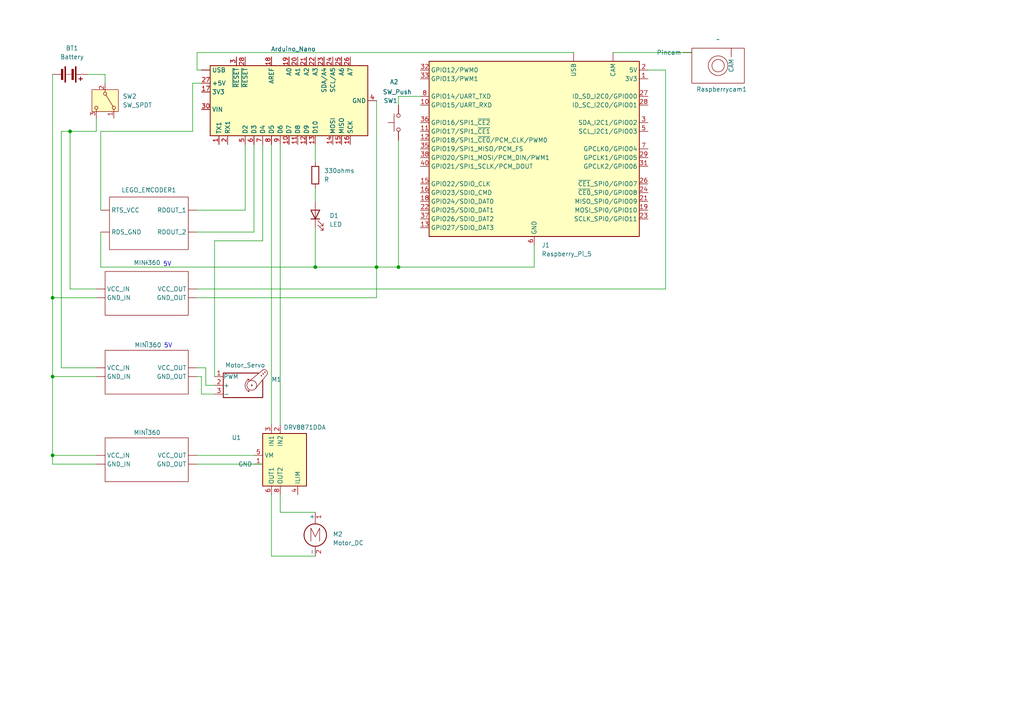
<source format=kicad_sch>
(kicad_sch
	(version 20250114)
	(generator "eeschema")
	(generator_version "9.0")
	(uuid "9494cc9f-f3e8-45f1-a42c-4a1ce6a05d84")
	(paper "A4")
	(title_block
		(title "Esquematico_Rulo_Bot")
		(date "2025-08-13")
		(company "Alfonso Duverge, Wilmer Reyes, Emil  Velasquez")
	)
	(lib_symbols
		(symbol "Connector:Raspberry_Pi_4"
			(exclude_from_sim no)
			(in_bom yes)
			(on_board yes)
			(property "Reference" "J1"
				(at 0 30.48 0)
				(effects
					(font
						(size 1.27 1.27)
					)
				)
			)
			(property "Value" "Raspberry_Pi_5"
				(at 0 27.94 0)
				(effects
					(font
						(size 1.27 1.27)
					)
				)
			)
			(property "Footprint" ""
				(at 70.104 -47.498 0)
				(effects
					(font
						(size 1.27 1.27)
					)
					(justify left)
					(hide yes)
				)
			)
			(property "Datasheet" "https://datasheets.raspberrypi.com/rpi4/raspberry-pi-4-datasheet.pdf"
				(at 15.748 -32.258 0)
				(effects
					(font
						(size 1.27 1.27)
					)
					(justify left)
					(hide yes)
				)
			)
			(property "Description" "Raspberry Pi 4 Model B"
				(at 15.748 -29.718 0)
				(effects
					(font
						(size 1.27 1.27)
					)
					(justify left)
					(hide yes)
				)
			)
			(property "ki_keywords" "SBC RPi"
				(at 0 0 0)
				(effects
					(font
						(size 1.27 1.27)
					)
					(hide yes)
				)
			)
			(property "ki_fp_filters" "PinHeader*2x20*P2.54mm*Vertical* PinSocket*2x20*P2.54mm*Vertical*"
				(at 0 0 0)
				(effects
					(font
						(size 1.27 1.27)
					)
					(hide yes)
				)
			)
			(symbol "Raspberry_Pi_4_0_1"
				(rectangle
					(start -30.48 25.4)
					(end 30.48 -25.4)
					(stroke
						(width 0.254)
						(type default)
					)
					(fill
						(type background)
					)
				)
			)
			(symbol "Raspberry_Pi_4_1_1"
				(pin bidirectional line
					(at -33.02 22.86 0)
					(length 2.54)
					(name "GPIO12/PWM0"
						(effects
							(font
								(size 1.27 1.27)
							)
						)
					)
					(number "32"
						(effects
							(font
								(size 1.27 1.27)
							)
						)
					)
				)
				(pin bidirectional line
					(at -33.02 20.32 0)
					(length 2.54)
					(name "GPIO13/PWM1"
						(effects
							(font
								(size 1.27 1.27)
							)
						)
					)
					(number "33"
						(effects
							(font
								(size 1.27 1.27)
							)
						)
					)
				)
				(pin bidirectional line
					(at -33.02 15.24 0)
					(length 2.54)
					(name "GPIO14/UART_TXD"
						(effects
							(font
								(size 1.27 1.27)
							)
						)
					)
					(number "8"
						(effects
							(font
								(size 1.27 1.27)
							)
						)
					)
				)
				(pin bidirectional line
					(at -33.02 12.7 0)
					(length 2.54)
					(name "GPIO15/UART_RXD"
						(effects
							(font
								(size 1.27 1.27)
							)
						)
					)
					(number "10"
						(effects
							(font
								(size 1.27 1.27)
							)
						)
					)
				)
				(pin bidirectional line
					(at -33.02 7.62 0)
					(length 2.54)
					(name "GPIO16/SPI1_~{CE2}"
						(effects
							(font
								(size 1.27 1.27)
							)
						)
					)
					(number "36"
						(effects
							(font
								(size 1.27 1.27)
							)
						)
					)
				)
				(pin bidirectional line
					(at -33.02 5.08 0)
					(length 2.54)
					(name "GPIO17/SPI1_~{CE1}"
						(effects
							(font
								(size 1.27 1.27)
							)
						)
					)
					(number "11"
						(effects
							(font
								(size 1.27 1.27)
							)
						)
					)
				)
				(pin bidirectional line
					(at -33.02 2.54 0)
					(length 2.54)
					(name "GPIO18/SPI1_~{CE0}/PCM_CLK/PWM0"
						(effects
							(font
								(size 1.27 1.27)
							)
						)
					)
					(number "12"
						(effects
							(font
								(size 1.27 1.27)
							)
						)
					)
				)
				(pin bidirectional line
					(at -33.02 0 0)
					(length 2.54)
					(name "GPIO19/SPI1_MISO/PCM_FS"
						(effects
							(font
								(size 1.27 1.27)
							)
						)
					)
					(number "35"
						(effects
							(font
								(size 1.27 1.27)
							)
						)
					)
				)
				(pin bidirectional line
					(at -33.02 -2.54 0)
					(length 2.54)
					(name "GPIO20/SPI1_MOSI/PCM_DIN/PWM1"
						(effects
							(font
								(size 1.27 1.27)
							)
						)
					)
					(number "38"
						(effects
							(font
								(size 1.27 1.27)
							)
						)
					)
				)
				(pin bidirectional line
					(at -33.02 -5.08 0)
					(length 2.54)
					(name "GPIO21/SPI1_SCLK/PCM_DOUT"
						(effects
							(font
								(size 1.27 1.27)
							)
						)
					)
					(number "40"
						(effects
							(font
								(size 1.27 1.27)
							)
						)
					)
				)
				(pin bidirectional line
					(at -33.02 -10.16 0)
					(length 2.54)
					(name "GPIO22/SDIO_CLK"
						(effects
							(font
								(size 1.27 1.27)
							)
						)
					)
					(number "15"
						(effects
							(font
								(size 1.27 1.27)
							)
						)
					)
				)
				(pin bidirectional line
					(at -33.02 -12.7 0)
					(length 2.54)
					(name "GPIO23/SDIO_CMD"
						(effects
							(font
								(size 1.27 1.27)
							)
						)
					)
					(number "16"
						(effects
							(font
								(size 1.27 1.27)
							)
						)
					)
				)
				(pin bidirectional line
					(at -33.02 -15.24 0)
					(length 2.54)
					(name "GPIO24/SDIO_DAT0"
						(effects
							(font
								(size 1.27 1.27)
							)
						)
					)
					(number "18"
						(effects
							(font
								(size 1.27 1.27)
							)
						)
					)
				)
				(pin bidirectional line
					(at -33.02 -17.78 0)
					(length 2.54)
					(name "GPIO25/SDIO_DAT1"
						(effects
							(font
								(size 1.27 1.27)
							)
						)
					)
					(number "22"
						(effects
							(font
								(size 1.27 1.27)
							)
						)
					)
				)
				(pin bidirectional line
					(at -33.02 -20.32 0)
					(length 2.54)
					(name "GPIO26/SDIO_DAT2"
						(effects
							(font
								(size 1.27 1.27)
							)
						)
					)
					(number "37"
						(effects
							(font
								(size 1.27 1.27)
							)
						)
					)
				)
				(pin bidirectional line
					(at -33.02 -22.86 0)
					(length 2.54)
					(name "GPIO27/SDIO_DAT3"
						(effects
							(font
								(size 1.27 1.27)
							)
						)
					)
					(number "13"
						(effects
							(font
								(size 1.27 1.27)
							)
						)
					)
				)
				(pin passive line
					(at 0 -27.94 90)
					(length 2.54)
					(hide yes)
					(name "GND"
						(effects
							(font
								(size 1.27 1.27)
							)
						)
					)
					(number "14"
						(effects
							(font
								(size 1.27 1.27)
							)
						)
					)
				)
				(pin passive line
					(at 0 -27.94 90)
					(length 2.54)
					(hide yes)
					(name "GND"
						(effects
							(font
								(size 1.27 1.27)
							)
						)
					)
					(number "20"
						(effects
							(font
								(size 1.27 1.27)
							)
						)
					)
				)
				(pin passive line
					(at 0 -27.94 90)
					(length 2.54)
					(hide yes)
					(name "GND"
						(effects
							(font
								(size 1.27 1.27)
							)
						)
					)
					(number "25"
						(effects
							(font
								(size 1.27 1.27)
							)
						)
					)
				)
				(pin passive line
					(at 0 -27.94 90)
					(length 2.54)
					(hide yes)
					(name "GND"
						(effects
							(font
								(size 1.27 1.27)
							)
						)
					)
					(number "30"
						(effects
							(font
								(size 1.27 1.27)
							)
						)
					)
				)
				(pin passive line
					(at 0 -27.94 90)
					(length 2.54)
					(hide yes)
					(name "GND"
						(effects
							(font
								(size 1.27 1.27)
							)
						)
					)
					(number "34"
						(effects
							(font
								(size 1.27 1.27)
							)
						)
					)
				)
				(pin passive line
					(at 0 -27.94 90)
					(length 2.54)
					(hide yes)
					(name "GND"
						(effects
							(font
								(size 1.27 1.27)
							)
						)
					)
					(number "39"
						(effects
							(font
								(size 1.27 1.27)
							)
						)
					)
				)
				(pin power_out line
					(at 0 -27.94 90)
					(length 2.54)
					(name "GND"
						(effects
							(font
								(size 1.27 1.27)
							)
						)
					)
					(number "6"
						(effects
							(font
								(size 1.27 1.27)
							)
						)
					)
				)
				(pin passive line
					(at 0 -27.94 90)
					(length 2.54)
					(hide yes)
					(name "GND"
						(effects
							(font
								(size 1.27 1.27)
							)
						)
					)
					(number "9"
						(effects
							(font
								(size 1.27 1.27)
							)
						)
					)
				)
				(pin bidirectional line
					(at 11.43 27.94 270)
					(length 2.54)
					(name "USB"
						(effects
							(font
								(size 1.27 1.27)
							)
						)
					)
					(number ""
						(effects
							(font
								(size 1.27 1.27)
							)
						)
					)
				)
				(pin bidirectional line
					(at 22.86 27.94 270)
					(length 2.54)
					(name "CAM"
						(effects
							(font
								(size 1.27 1.27)
							)
						)
					)
					(number ""
						(effects
							(font
								(size 1.27 1.27)
							)
						)
					)
				)
				(pin power_out line
					(at 33.02 22.86 180)
					(length 2.54)
					(name "5V"
						(effects
							(font
								(size 1.27 1.27)
							)
						)
					)
					(number "2"
						(effects
							(font
								(size 1.27 1.27)
							)
						)
					)
				)
				(pin passive line
					(at 33.02 22.86 180)
					(length 2.54)
					(hide yes)
					(name "5V"
						(effects
							(font
								(size 1.27 1.27)
							)
						)
					)
					(number "4"
						(effects
							(font
								(size 1.27 1.27)
							)
						)
					)
				)
				(pin power_out line
					(at 33.02 20.32 180)
					(length 2.54)
					(name "3V3"
						(effects
							(font
								(size 1.27 1.27)
							)
						)
					)
					(number "1"
						(effects
							(font
								(size 1.27 1.27)
							)
						)
					)
				)
				(pin passive line
					(at 33.02 20.32 180)
					(length 2.54)
					(hide yes)
					(name "3V3"
						(effects
							(font
								(size 1.27 1.27)
							)
						)
					)
					(number "17"
						(effects
							(font
								(size 1.27 1.27)
							)
						)
					)
				)
				(pin bidirectional line
					(at 33.02 15.24 180)
					(length 2.54)
					(name "ID_SD_I2C0/GPIO00"
						(effects
							(font
								(size 1.27 1.27)
							)
						)
					)
					(number "27"
						(effects
							(font
								(size 1.27 1.27)
							)
						)
					)
				)
				(pin bidirectional line
					(at 33.02 12.7 180)
					(length 2.54)
					(name "ID_SC_I2C0/GPIO01"
						(effects
							(font
								(size 1.27 1.27)
							)
						)
					)
					(number "28"
						(effects
							(font
								(size 1.27 1.27)
							)
						)
					)
				)
				(pin bidirectional line
					(at 33.02 7.62 180)
					(length 2.54)
					(name "SDA_I2C1/GPIO02"
						(effects
							(font
								(size 1.27 1.27)
							)
						)
					)
					(number "3"
						(effects
							(font
								(size 1.27 1.27)
							)
						)
					)
				)
				(pin bidirectional line
					(at 33.02 5.08 180)
					(length 2.54)
					(name "SCL_I2C1/GPIO03"
						(effects
							(font
								(size 1.27 1.27)
							)
						)
					)
					(number "5"
						(effects
							(font
								(size 1.27 1.27)
							)
						)
					)
				)
				(pin bidirectional line
					(at 33.02 0 180)
					(length 2.54)
					(name "GPCLK0/GPIO04"
						(effects
							(font
								(size 1.27 1.27)
							)
						)
					)
					(number "7"
						(effects
							(font
								(size 1.27 1.27)
							)
						)
					)
				)
				(pin bidirectional line
					(at 33.02 -2.54 180)
					(length 2.54)
					(name "GPCLK1/GPIO05"
						(effects
							(font
								(size 1.27 1.27)
							)
						)
					)
					(number "29"
						(effects
							(font
								(size 1.27 1.27)
							)
						)
					)
				)
				(pin bidirectional line
					(at 33.02 -5.08 180)
					(length 2.54)
					(name "GPCLK2/GPIO06"
						(effects
							(font
								(size 1.27 1.27)
							)
						)
					)
					(number "31"
						(effects
							(font
								(size 1.27 1.27)
							)
						)
					)
				)
				(pin bidirectional line
					(at 33.02 -10.16 180)
					(length 2.54)
					(name "~{CE1}_SPI0/GPIO07"
						(effects
							(font
								(size 1.27 1.27)
							)
						)
					)
					(number "26"
						(effects
							(font
								(size 1.27 1.27)
							)
						)
					)
				)
				(pin bidirectional line
					(at 33.02 -12.7 180)
					(length 2.54)
					(name "~{CE0}_SPI0/GPIO08"
						(effects
							(font
								(size 1.27 1.27)
							)
						)
					)
					(number "24"
						(effects
							(font
								(size 1.27 1.27)
							)
						)
					)
				)
				(pin bidirectional line
					(at 33.02 -15.24 180)
					(length 2.54)
					(name "MISO_SPI0/GPIO09"
						(effects
							(font
								(size 1.27 1.27)
							)
						)
					)
					(number "21"
						(effects
							(font
								(size 1.27 1.27)
							)
						)
					)
				)
				(pin bidirectional line
					(at 33.02 -17.78 180)
					(length 2.54)
					(name "MOSI_SPI0/GPIO10"
						(effects
							(font
								(size 1.27 1.27)
							)
						)
					)
					(number "19"
						(effects
							(font
								(size 1.27 1.27)
							)
						)
					)
				)
				(pin bidirectional line
					(at 33.02 -20.32 180)
					(length 2.54)
					(name "SCLK_SPI0/GPIO11"
						(effects
							(font
								(size 1.27 1.27)
							)
						)
					)
					(number "23"
						(effects
							(font
								(size 1.27 1.27)
							)
						)
					)
				)
			)
			(embedded_fonts no)
		)
		(symbol "Device:Battery"
			(pin_numbers
				(hide yes)
			)
			(pin_names
				(offset 0)
				(hide yes)
			)
			(exclude_from_sim no)
			(in_bom yes)
			(on_board yes)
			(property "Reference" "BT"
				(at 2.54 2.54 0)
				(effects
					(font
						(size 1.27 1.27)
					)
					(justify left)
				)
			)
			(property "Value" "Battery"
				(at 2.54 0 0)
				(effects
					(font
						(size 1.27 1.27)
					)
					(justify left)
				)
			)
			(property "Footprint" ""
				(at 0 1.524 90)
				(effects
					(font
						(size 1.27 1.27)
					)
					(hide yes)
				)
			)
			(property "Datasheet" "~"
				(at 0 1.524 90)
				(effects
					(font
						(size 1.27 1.27)
					)
					(hide yes)
				)
			)
			(property "Description" "Multiple-cell battery"
				(at 0 0 0)
				(effects
					(font
						(size 1.27 1.27)
					)
					(hide yes)
				)
			)
			(property "ki_keywords" "batt voltage-source cell"
				(at 0 0 0)
				(effects
					(font
						(size 1.27 1.27)
					)
					(hide yes)
				)
			)
			(symbol "Battery_0_1"
				(rectangle
					(start -2.286 1.778)
					(end 2.286 1.524)
					(stroke
						(width 0)
						(type default)
					)
					(fill
						(type outline)
					)
				)
				(rectangle
					(start -2.286 -1.27)
					(end 2.286 -1.524)
					(stroke
						(width 0)
						(type default)
					)
					(fill
						(type outline)
					)
				)
				(rectangle
					(start -1.524 1.016)
					(end 1.524 0.508)
					(stroke
						(width 0)
						(type default)
					)
					(fill
						(type outline)
					)
				)
				(rectangle
					(start -1.524 -2.032)
					(end 1.524 -2.54)
					(stroke
						(width 0)
						(type default)
					)
					(fill
						(type outline)
					)
				)
				(polyline
					(pts
						(xy 0 1.778) (xy 0 2.54)
					)
					(stroke
						(width 0)
						(type default)
					)
					(fill
						(type none)
					)
				)
				(polyline
					(pts
						(xy 0 0) (xy 0 0.254)
					)
					(stroke
						(width 0)
						(type default)
					)
					(fill
						(type none)
					)
				)
				(polyline
					(pts
						(xy 0 -0.508) (xy 0 -0.254)
					)
					(stroke
						(width 0)
						(type default)
					)
					(fill
						(type none)
					)
				)
				(polyline
					(pts
						(xy 0 -1.016) (xy 0 -0.762)
					)
					(stroke
						(width 0)
						(type default)
					)
					(fill
						(type none)
					)
				)
				(polyline
					(pts
						(xy 0.762 3.048) (xy 1.778 3.048)
					)
					(stroke
						(width 0.254)
						(type default)
					)
					(fill
						(type none)
					)
				)
				(polyline
					(pts
						(xy 1.27 3.556) (xy 1.27 2.54)
					)
					(stroke
						(width 0.254)
						(type default)
					)
					(fill
						(type none)
					)
				)
			)
			(symbol "Battery_1_1"
				(pin passive line
					(at 0 5.08 270)
					(length 2.54)
					(name "+"
						(effects
							(font
								(size 1.27 1.27)
							)
						)
					)
					(number "1"
						(effects
							(font
								(size 1.27 1.27)
							)
						)
					)
				)
				(pin passive line
					(at 0 -5.08 90)
					(length 2.54)
					(name "-"
						(effects
							(font
								(size 1.27 1.27)
							)
						)
					)
					(number "2"
						(effects
							(font
								(size 1.27 1.27)
							)
						)
					)
				)
			)
			(embedded_fonts no)
		)
		(symbol "Device:LED"
			(pin_numbers
				(hide yes)
			)
			(pin_names
				(offset 1.016)
				(hide yes)
			)
			(exclude_from_sim no)
			(in_bom yes)
			(on_board yes)
			(property "Reference" "D"
				(at 0 2.54 0)
				(effects
					(font
						(size 1.27 1.27)
					)
				)
			)
			(property "Value" "LED"
				(at 0 -2.54 0)
				(effects
					(font
						(size 1.27 1.27)
					)
				)
			)
			(property "Footprint" ""
				(at 0 0 0)
				(effects
					(font
						(size 1.27 1.27)
					)
					(hide yes)
				)
			)
			(property "Datasheet" "~"
				(at 0 0 0)
				(effects
					(font
						(size 1.27 1.27)
					)
					(hide yes)
				)
			)
			(property "Description" "Light emitting diode"
				(at 0 0 0)
				(effects
					(font
						(size 1.27 1.27)
					)
					(hide yes)
				)
			)
			(property "Sim.Pins" "1=K 2=A"
				(at 0 0 0)
				(effects
					(font
						(size 1.27 1.27)
					)
					(hide yes)
				)
			)
			(property "ki_keywords" "LED diode"
				(at 0 0 0)
				(effects
					(font
						(size 1.27 1.27)
					)
					(hide yes)
				)
			)
			(property "ki_fp_filters" "LED* LED_SMD:* LED_THT:*"
				(at 0 0 0)
				(effects
					(font
						(size 1.27 1.27)
					)
					(hide yes)
				)
			)
			(symbol "LED_0_1"
				(polyline
					(pts
						(xy -3.048 -0.762) (xy -4.572 -2.286) (xy -3.81 -2.286) (xy -4.572 -2.286) (xy -4.572 -1.524)
					)
					(stroke
						(width 0)
						(type default)
					)
					(fill
						(type none)
					)
				)
				(polyline
					(pts
						(xy -1.778 -0.762) (xy -3.302 -2.286) (xy -2.54 -2.286) (xy -3.302 -2.286) (xy -3.302 -1.524)
					)
					(stroke
						(width 0)
						(type default)
					)
					(fill
						(type none)
					)
				)
				(polyline
					(pts
						(xy -1.27 0) (xy 1.27 0)
					)
					(stroke
						(width 0)
						(type default)
					)
					(fill
						(type none)
					)
				)
				(polyline
					(pts
						(xy -1.27 -1.27) (xy -1.27 1.27)
					)
					(stroke
						(width 0.254)
						(type default)
					)
					(fill
						(type none)
					)
				)
				(polyline
					(pts
						(xy 1.27 -1.27) (xy 1.27 1.27) (xy -1.27 0) (xy 1.27 -1.27)
					)
					(stroke
						(width 0.254)
						(type default)
					)
					(fill
						(type none)
					)
				)
			)
			(symbol "LED_1_1"
				(pin passive line
					(at -3.81 0 0)
					(length 2.54)
					(name "K"
						(effects
							(font
								(size 1.27 1.27)
							)
						)
					)
					(number "1"
						(effects
							(font
								(size 1.27 1.27)
							)
						)
					)
				)
				(pin passive line
					(at 3.81 0 180)
					(length 2.54)
					(name "A"
						(effects
							(font
								(size 1.27 1.27)
							)
						)
					)
					(number "2"
						(effects
							(font
								(size 1.27 1.27)
							)
						)
					)
				)
			)
			(embedded_fonts no)
		)
		(symbol "Device:R"
			(pin_numbers
				(hide yes)
			)
			(pin_names
				(offset 0)
			)
			(exclude_from_sim no)
			(in_bom yes)
			(on_board yes)
			(property "Reference" "R"
				(at 2.032 0 90)
				(effects
					(font
						(size 1.27 1.27)
					)
				)
			)
			(property "Value" "R"
				(at 0 0 90)
				(effects
					(font
						(size 1.27 1.27)
					)
				)
			)
			(property "Footprint" ""
				(at -1.778 0 90)
				(effects
					(font
						(size 1.27 1.27)
					)
					(hide yes)
				)
			)
			(property "Datasheet" "~"
				(at 0 0 0)
				(effects
					(font
						(size 1.27 1.27)
					)
					(hide yes)
				)
			)
			(property "Description" "Resistor"
				(at 0 0 0)
				(effects
					(font
						(size 1.27 1.27)
					)
					(hide yes)
				)
			)
			(property "ki_keywords" "R res resistor"
				(at 0 0 0)
				(effects
					(font
						(size 1.27 1.27)
					)
					(hide yes)
				)
			)
			(property "ki_fp_filters" "R_*"
				(at 0 0 0)
				(effects
					(font
						(size 1.27 1.27)
					)
					(hide yes)
				)
			)
			(symbol "R_0_1"
				(rectangle
					(start -1.016 -2.54)
					(end 1.016 2.54)
					(stroke
						(width 0.254)
						(type default)
					)
					(fill
						(type none)
					)
				)
			)
			(symbol "R_1_1"
				(pin passive line
					(at 0 3.81 270)
					(length 1.27)
					(name "~"
						(effects
							(font
								(size 1.27 1.27)
							)
						)
					)
					(number "1"
						(effects
							(font
								(size 1.27 1.27)
							)
						)
					)
				)
				(pin passive line
					(at 0 -3.81 90)
					(length 1.27)
					(name "~"
						(effects
							(font
								(size 1.27 1.27)
							)
						)
					)
					(number "2"
						(effects
							(font
								(size 1.27 1.27)
							)
						)
					)
				)
			)
			(embedded_fonts no)
		)
		(symbol "Driver_Motor:DRV8871DDA"
			(exclude_from_sim no)
			(in_bom yes)
			(on_board yes)
			(property "Reference" "U1"
				(at -6.4202 12.7 90)
				(effects
					(font
						(size 1.27 1.27)
					)
				)
			)
			(property "Value" "DRV8871DDA"
				(at -9.398 -7.112 90)
				(effects
					(font
						(size 1.27 1.27)
					)
				)
			)
			(property "Footprint" "Package_SO:Texas_HTSOP-8-1EP_3.9x4.9mm_P1.27mm_EP2.95x4.9mm_Mask2.4x3.1mm_ThermalVias"
				(at 6.35 -1.27 0)
				(effects
					(font
						(size 1.27 1.27)
					)
					(hide yes)
				)
			)
			(property "Datasheet" "http://www.ti.com/lit/ds/symlink/drv8871.pdf"
				(at 6.35 -1.27 0)
				(effects
					(font
						(size 1.27 1.27)
					)
					(hide yes)
				)
			)
			(property "Description" "Brushed DC Motor Driver, PWM Control, 45V, 3.6A, Current limiting, HTSOP-8"
				(at 0 0 0)
				(effects
					(font
						(size 1.27 1.27)
					)
					(hide yes)
				)
			)
			(property "ki_keywords" "H-bridge driver motor current limit"
				(at 0 0 0)
				(effects
					(font
						(size 1.27 1.27)
					)
					(hide yes)
				)
			)
			(property "ki_fp_filters" "Texas*HTSOP*1EP*3.9x4.9mm*P1.27mm*EP2.95x4.9mm*Mask2.4x3.1mm*"
				(at 0 0 0)
				(effects
					(font
						(size 1.27 1.27)
					)
					(hide yes)
				)
			)
			(symbol "DRV8871DDA_0_1"
				(rectangle
					(start -7.62 5.08)
					(end 7.62 -7.62)
					(stroke
						(width 0.254)
						(type default)
					)
					(fill
						(type background)
					)
				)
			)
			(symbol "DRV8871DDA_1_1"
				(pin input line
					(at -10.16 2.54 0)
					(length 2.54)
					(name "IN1"
						(effects
							(font
								(size 1.27 1.27)
							)
						)
					)
					(number "3"
						(effects
							(font
								(size 1.27 1.27)
							)
						)
					)
				)
				(pin input line
					(at -10.16 0 0)
					(length 2.54)
					(name "IN2"
						(effects
							(font
								(size 1.27 1.27)
							)
						)
					)
					(number "2"
						(effects
							(font
								(size 1.27 1.27)
							)
						)
					)
				)
				(pin power_in line
					(at -1.27 7.62 270)
					(length 2.54)
					(name "VM"
						(effects
							(font
								(size 1.27 1.27)
							)
						)
					)
					(number "5"
						(effects
							(font
								(size 1.27 1.27)
							)
						)
					)
				)
				(pin passive line
					(at 0 -10.16 90)
					(length 2.54)
					(hide yes)
					(name "GND"
						(effects
							(font
								(size 1.27 1.27)
							)
						)
					)
					(number "7"
						(effects
							(font
								(size 1.27 1.27)
							)
						)
					)
				)
				(pin passive line
					(at 0 -10.16 90)
					(length 2.54)
					(hide yes)
					(name "GND"
						(effects
							(font
								(size 1.27 1.27)
							)
						)
					)
					(number "9"
						(effects
							(font
								(size 1.27 1.27)
							)
						)
					)
				)
				(pin power_in line
					(at 1.27 5.08 90)
					(length 2.54)
					(name "GND"
						(effects
							(font
								(size 1.27 1.27)
							)
						)
					)
					(number "1"
						(effects
							(font
								(size 1.27 1.27)
							)
						)
					)
				)
				(pin output line
					(at 10.16 2.54 180)
					(length 2.54)
					(name "OUT1"
						(effects
							(font
								(size 1.27 1.27)
							)
						)
					)
					(number "6"
						(effects
							(font
								(size 1.27 1.27)
							)
						)
					)
				)
				(pin output line
					(at 10.16 0 180)
					(length 2.54)
					(name "OUT2"
						(effects
							(font
								(size 1.27 1.27)
							)
						)
					)
					(number "8"
						(effects
							(font
								(size 1.27 1.27)
							)
						)
					)
				)
				(pin passive line
					(at 10.16 -5.08 180)
					(length 2.54)
					(name "ILIM"
						(effects
							(font
								(size 1.27 1.27)
							)
						)
					)
					(number "4"
						(effects
							(font
								(size 1.27 1.27)
							)
						)
					)
				)
			)
			(embedded_fonts no)
		)
		(symbol "MCU_Module:Arduino_Nano_Every"
			(exclude_from_sim no)
			(in_bom yes)
			(on_board yes)
			(property "Reference" "A2"
				(at 2.1433 -25.4 0)
				(effects
					(font
						(size 1.27 1.27)
					)
					(justify left)
				)
			)
			(property "Value" "Arduino_Nano"
				(at 2.1433 -27.94 0)
				(effects
					(font
						(size 1.27 1.27)
					)
					(justify left)
				)
			)
			(property "Footprint" "Module:Arduino_Nano"
				(at 0 0 0)
				(effects
					(font
						(size 1.27 1.27)
						(italic yes)
					)
					(hide yes)
				)
			)
			(property "Datasheet" "https://content.arduino.cc/assets/NANOEveryV3.0_sch.pdf"
				(at 0 0 0)
				(effects
					(font
						(size 1.27 1.27)
					)
					(hide yes)
				)
			)
			(property "Description" "Arduino Nano Every"
				(at 0 0 0)
				(effects
					(font
						(size 1.27 1.27)
					)
					(hide yes)
				)
			)
			(property "ki_keywords" "Arduino nano microcontroller module USB UPDI AATMega4809 AVR"
				(at 0 0 0)
				(effects
					(font
						(size 1.27 1.27)
					)
					(hide yes)
				)
			)
			(property "ki_fp_filters" "Arduino*Nano*"
				(at 0 0 0)
				(effects
					(font
						(size 1.27 1.27)
					)
					(hide yes)
				)
			)
			(symbol "Arduino_Nano_Every_0_1"
				(rectangle
					(start -10.16 22.86)
					(end 10.16 -22.86)
					(stroke
						(width 0.254)
						(type default)
					)
					(fill
						(type background)
					)
				)
			)
			(symbol "Arduino_Nano_Every_1_1"
				(pin bidirectional line
					(at -12.7 20.32 0)
					(length 2.54)
					(name "TX1"
						(effects
							(font
								(size 1.27 1.27)
							)
						)
					)
					(number "1"
						(effects
							(font
								(size 1.27 1.27)
							)
						)
					)
				)
				(pin bidirectional line
					(at -12.7 17.78 0)
					(length 2.54)
					(name "RX1"
						(effects
							(font
								(size 1.27 1.27)
							)
						)
					)
					(number "2"
						(effects
							(font
								(size 1.27 1.27)
							)
						)
					)
				)
				(pin bidirectional line
					(at -12.7 12.7 0)
					(length 2.54)
					(name "D2"
						(effects
							(font
								(size 1.27 1.27)
							)
						)
					)
					(number "5"
						(effects
							(font
								(size 1.27 1.27)
							)
						)
					)
				)
				(pin bidirectional line
					(at -12.7 10.16 0)
					(length 2.54)
					(name "D3"
						(effects
							(font
								(size 1.27 1.27)
							)
						)
					)
					(number "6"
						(effects
							(font
								(size 1.27 1.27)
							)
						)
					)
				)
				(pin bidirectional line
					(at -12.7 7.62 0)
					(length 2.54)
					(name "D4"
						(effects
							(font
								(size 1.27 1.27)
							)
						)
					)
					(number "7"
						(effects
							(font
								(size 1.27 1.27)
							)
						)
					)
				)
				(pin bidirectional line
					(at -12.7 5.08 0)
					(length 2.54)
					(name "D5"
						(effects
							(font
								(size 1.27 1.27)
							)
						)
					)
					(number "8"
						(effects
							(font
								(size 1.27 1.27)
							)
						)
					)
				)
				(pin bidirectional line
					(at -12.7 2.54 0)
					(length 2.54)
					(name "D6"
						(effects
							(font
								(size 1.27 1.27)
							)
						)
					)
					(number "9"
						(effects
							(font
								(size 1.27 1.27)
							)
						)
					)
				)
				(pin bidirectional line
					(at -12.7 0 0)
					(length 2.54)
					(name "D7"
						(effects
							(font
								(size 1.27 1.27)
							)
						)
					)
					(number "10"
						(effects
							(font
								(size 1.27 1.27)
							)
						)
					)
				)
				(pin bidirectional line
					(at -12.7 -2.54 0)
					(length 2.54)
					(name "D8"
						(effects
							(font
								(size 1.27 1.27)
							)
						)
					)
					(number "11"
						(effects
							(font
								(size 1.27 1.27)
							)
						)
					)
				)
				(pin bidirectional line
					(at -12.7 -5.08 0)
					(length 2.54)
					(name "D9"
						(effects
							(font
								(size 1.27 1.27)
							)
						)
					)
					(number "12"
						(effects
							(font
								(size 1.27 1.27)
							)
						)
					)
				)
				(pin bidirectional line
					(at -12.7 -7.62 0)
					(length 2.54)
					(name "D10"
						(effects
							(font
								(size 1.27 1.27)
							)
						)
					)
					(number "13"
						(effects
							(font
								(size 1.27 1.27)
							)
						)
					)
				)
				(pin bidirectional line
					(at -12.7 -12.7 0)
					(length 2.54)
					(name "MOSI"
						(effects
							(font
								(size 1.27 1.27)
							)
						)
					)
					(number "14"
						(effects
							(font
								(size 1.27 1.27)
							)
						)
					)
				)
				(pin bidirectional line
					(at -12.7 -15.24 0)
					(length 2.54)
					(name "MISO"
						(effects
							(font
								(size 1.27 1.27)
							)
						)
					)
					(number "15"
						(effects
							(font
								(size 1.27 1.27)
							)
						)
					)
				)
				(pin bidirectional line
					(at -12.7 -17.78 0)
					(length 2.54)
					(name "SCK"
						(effects
							(font
								(size 1.27 1.27)
							)
						)
					)
					(number "16"
						(effects
							(font
								(size 1.27 1.27)
							)
						)
					)
				)
				(pin power_in line
					(at -2.54 25.4 270)
					(length 2.54)
					(name "VIN"
						(effects
							(font
								(size 1.27 1.27)
							)
						)
					)
					(number "30"
						(effects
							(font
								(size 1.27 1.27)
							)
						)
					)
				)
				(pin passive line
					(at 0 -25.4 90)
					(length 2.54)
					(hide yes)
					(name "GND"
						(effects
							(font
								(size 1.27 1.27)
							)
						)
					)
					(number "29"
						(effects
							(font
								(size 1.27 1.27)
							)
						)
					)
				)
				(pin power_in line
					(at 0 -25.4 90)
					(length 2.54)
					(name "GND"
						(effects
							(font
								(size 1.27 1.27)
							)
						)
					)
					(number "4"
						(effects
							(font
								(size 1.27 1.27)
							)
						)
					)
				)
				(pin power_out line
					(at 2.54 25.4 270)
					(length 2.54)
					(name "3V3"
						(effects
							(font
								(size 1.27 1.27)
							)
						)
					)
					(number "17"
						(effects
							(font
								(size 1.27 1.27)
							)
						)
					)
				)
				(pin power_out line
					(at 5.08 25.4 270)
					(length 2.54)
					(name "+5V"
						(effects
							(font
								(size 1.27 1.27)
							)
						)
					)
					(number "27"
						(effects
							(font
								(size 1.27 1.27)
							)
						)
					)
				)
				(pin input line
					(at 8.89 25.4 270)
					(length 2.54)
					(name "USB"
						(effects
							(font
								(size 1.27 1.27)
							)
						)
					)
					(number ""
						(effects
							(font
								(size 1.27 1.27)
							)
						)
					)
				)
				(pin input line
					(at 12.7 15.24 180)
					(length 2.54)
					(name "~{RESET}"
						(effects
							(font
								(size 1.27 1.27)
							)
						)
					)
					(number "3"
						(effects
							(font
								(size 1.27 1.27)
							)
						)
					)
				)
				(pin input line
					(at 12.7 12.7 180)
					(length 2.54)
					(name "~{RESET}"
						(effects
							(font
								(size 1.27 1.27)
							)
						)
					)
					(number "28"
						(effects
							(font
								(size 1.27 1.27)
							)
						)
					)
				)
				(pin input line
					(at 12.7 5.08 180)
					(length 2.54)
					(name "AREF"
						(effects
							(font
								(size 1.27 1.27)
							)
						)
					)
					(number "18"
						(effects
							(font
								(size 1.27 1.27)
							)
						)
					)
				)
				(pin bidirectional line
					(at 12.7 0 180)
					(length 2.54)
					(name "A0"
						(effects
							(font
								(size 1.27 1.27)
							)
						)
					)
					(number "19"
						(effects
							(font
								(size 1.27 1.27)
							)
						)
					)
				)
				(pin bidirectional line
					(at 12.7 -2.54 180)
					(length 2.54)
					(name "A1"
						(effects
							(font
								(size 1.27 1.27)
							)
						)
					)
					(number "20"
						(effects
							(font
								(size 1.27 1.27)
							)
						)
					)
				)
				(pin bidirectional line
					(at 12.7 -5.08 180)
					(length 2.54)
					(name "A2"
						(effects
							(font
								(size 1.27 1.27)
							)
						)
					)
					(number "21"
						(effects
							(font
								(size 1.27 1.27)
							)
						)
					)
				)
				(pin bidirectional line
					(at 12.7 -7.62 180)
					(length 2.54)
					(name "A3"
						(effects
							(font
								(size 1.27 1.27)
							)
						)
					)
					(number "22"
						(effects
							(font
								(size 1.27 1.27)
							)
						)
					)
				)
				(pin bidirectional line
					(at 12.7 -10.16 180)
					(length 2.54)
					(name "SDA/A4"
						(effects
							(font
								(size 1.27 1.27)
							)
						)
					)
					(number "23"
						(effects
							(font
								(size 1.27 1.27)
							)
						)
					)
				)
				(pin bidirectional line
					(at 12.7 -12.7 180)
					(length 2.54)
					(name "SCL/A5"
						(effects
							(font
								(size 1.27 1.27)
							)
						)
					)
					(number "24"
						(effects
							(font
								(size 1.27 1.27)
							)
						)
					)
				)
				(pin bidirectional line
					(at 12.7 -15.24 180)
					(length 2.54)
					(name "A6"
						(effects
							(font
								(size 1.27 1.27)
							)
						)
					)
					(number "25"
						(effects
							(font
								(size 1.27 1.27)
							)
						)
					)
				)
				(pin bidirectional line
					(at 12.7 -17.78 180)
					(length 2.54)
					(name "A7"
						(effects
							(font
								(size 1.27 1.27)
							)
						)
					)
					(number "26"
						(effects
							(font
								(size 1.27 1.27)
							)
						)
					)
				)
			)
			(embedded_fonts no)
		)
		(symbol "Micro360_1"
			(exclude_from_sim no)
			(in_bom yes)
			(on_board yes)
			(property "Reference" "MINI360"
				(at 5.334 -0.508 0)
				(effects
					(font
						(size 1.27 1.27)
					)
				)
			)
			(property "Value" "~"
				(at 5.715 0 0)
				(effects
					(font
						(size 1.27 1.27)
					)
				)
			)
			(property "Footprint" ""
				(at 0 0 0)
				(effects
					(font
						(size 1.27 1.27)
					)
					(hide yes)
				)
			)
			(property "Datasheet" ""
				(at 0 0 0)
				(effects
					(font
						(size 1.27 1.27)
					)
					(hide yes)
				)
			)
			(property "Description" ""
				(at 0 0 0)
				(effects
					(font
						(size 1.27 1.27)
					)
					(hide yes)
				)
			)
			(symbol "Micro360_1_0_1"
				(rectangle
					(start -6.35 -2.54)
					(end 17.78 -15.24)
					(stroke
						(width 0)
						(type default)
					)
					(fill
						(type none)
					)
				)
			)
			(symbol "Micro360_1_1_1"
				(pin input line
					(at -8.89 -7.62 0)
					(length 2.54)
					(name "VCC_IN"
						(effects
							(font
								(size 1.27 1.27)
							)
						)
					)
					(number ""
						(effects
							(font
								(size 1.27 1.27)
							)
						)
					)
				)
				(pin input line
					(at -8.89 -10.16 0)
					(length 2.54)
					(name "GND_IN"
						(effects
							(font
								(size 1.27 1.27)
							)
						)
					)
					(number ""
						(effects
							(font
								(size 1.27 1.27)
							)
						)
					)
				)
				(pin output line
					(at 20.32 -7.62 180)
					(length 2.54)
					(name "VCC_OUT"
						(effects
							(font
								(size 1.27 1.27)
							)
						)
					)
					(number ""
						(effects
							(font
								(size 1.27 1.27)
							)
						)
					)
				)
				(pin output line
					(at 20.32 -10.16 180)
					(length 2.54)
					(name "GND_OUT"
						(effects
							(font
								(size 1.27 1.27)
							)
						)
					)
					(number ""
						(effects
							(font
								(size 1.27 1.27)
							)
						)
					)
				)
			)
			(embedded_fonts no)
		)
		(symbol "Micro360_2"
			(exclude_from_sim no)
			(in_bom yes)
			(on_board yes)
			(property "Reference" "MINI360"
				(at 5.334 -0.508 0)
				(effects
					(font
						(size 1.27 1.27)
					)
				)
			)
			(property "Value" "~"
				(at 5.715 0 0)
				(effects
					(font
						(size 1.27 1.27)
					)
				)
			)
			(property "Footprint" ""
				(at 0 0 0)
				(effects
					(font
						(size 1.27 1.27)
					)
					(hide yes)
				)
			)
			(property "Datasheet" ""
				(at 0 0 0)
				(effects
					(font
						(size 1.27 1.27)
					)
					(hide yes)
				)
			)
			(property "Description" ""
				(at 0 0 0)
				(effects
					(font
						(size 1.27 1.27)
					)
					(hide yes)
				)
			)
			(symbol "Micro360_2_0_1"
				(rectangle
					(start -6.35 -2.54)
					(end 17.78 -15.24)
					(stroke
						(width 0)
						(type default)
					)
					(fill
						(type none)
					)
				)
			)
			(symbol "Micro360_2_1_1"
				(pin input line
					(at -8.89 -7.62 0)
					(length 2.54)
					(name "VCC_IN"
						(effects
							(font
								(size 1.27 1.27)
							)
						)
					)
					(number ""
						(effects
							(font
								(size 1.27 1.27)
							)
						)
					)
				)
				(pin input line
					(at -8.89 -10.16 0)
					(length 2.54)
					(name "GND_IN"
						(effects
							(font
								(size 1.27 1.27)
							)
						)
					)
					(number ""
						(effects
							(font
								(size 1.27 1.27)
							)
						)
					)
				)
				(pin output line
					(at 20.32 -7.62 180)
					(length 2.54)
					(name "VCC_OUT"
						(effects
							(font
								(size 1.27 1.27)
							)
						)
					)
					(number ""
						(effects
							(font
								(size 1.27 1.27)
							)
						)
					)
				)
				(pin output line
					(at 20.32 -10.16 180)
					(length 2.54)
					(name "GND_OUT"
						(effects
							(font
								(size 1.27 1.27)
							)
						)
					)
					(number ""
						(effects
							(font
								(size 1.27 1.27)
							)
						)
					)
				)
			)
			(embedded_fonts no)
		)
		(symbol "Motor:Motor_DC"
			(pin_names
				(offset 0)
			)
			(exclude_from_sim no)
			(in_bom yes)
			(on_board yes)
			(property "Reference" "M"
				(at 2.54 2.54 0)
				(effects
					(font
						(size 1.27 1.27)
					)
					(justify left)
				)
			)
			(property "Value" "Motor_DC"
				(at 2.54 -5.08 0)
				(effects
					(font
						(size 1.27 1.27)
					)
					(justify left top)
				)
			)
			(property "Footprint" ""
				(at 0 -2.286 0)
				(effects
					(font
						(size 1.27 1.27)
					)
					(hide yes)
				)
			)
			(property "Datasheet" "~"
				(at 0 -2.286 0)
				(effects
					(font
						(size 1.27 1.27)
					)
					(hide yes)
				)
			)
			(property "Description" "DC Motor"
				(at 0 0 0)
				(effects
					(font
						(size 1.27 1.27)
					)
					(hide yes)
				)
			)
			(property "ki_keywords" "DC Motor"
				(at 0 0 0)
				(effects
					(font
						(size 1.27 1.27)
					)
					(hide yes)
				)
			)
			(property "ki_fp_filters" "PinHeader*P2.54mm* TerminalBlock*"
				(at 0 0 0)
				(effects
					(font
						(size 1.27 1.27)
					)
					(hide yes)
				)
			)
			(symbol "Motor_DC_0_0"
				(polyline
					(pts
						(xy -1.27 -3.302) (xy -1.27 0.508) (xy 0 -2.032) (xy 1.27 0.508) (xy 1.27 -3.302)
					)
					(stroke
						(width 0)
						(type default)
					)
					(fill
						(type none)
					)
				)
			)
			(symbol "Motor_DC_0_1"
				(polyline
					(pts
						(xy 0 2.032) (xy 0 2.54)
					)
					(stroke
						(width 0)
						(type default)
					)
					(fill
						(type none)
					)
				)
				(polyline
					(pts
						(xy 0 1.7272) (xy 0 2.0828)
					)
					(stroke
						(width 0)
						(type default)
					)
					(fill
						(type none)
					)
				)
				(circle
					(center 0 -1.524)
					(radius 3.2512)
					(stroke
						(width 0.254)
						(type default)
					)
					(fill
						(type none)
					)
				)
				(polyline
					(pts
						(xy 0 -4.7752) (xy 0 -5.1816)
					)
					(stroke
						(width 0)
						(type default)
					)
					(fill
						(type none)
					)
				)
				(polyline
					(pts
						(xy 0 -7.62) (xy 0 -7.112)
					)
					(stroke
						(width 0)
						(type default)
					)
					(fill
						(type none)
					)
				)
			)
			(symbol "Motor_DC_1_1"
				(pin passive line
					(at 0 5.08 270)
					(length 2.54)
					(name "+"
						(effects
							(font
								(size 1.27 1.27)
							)
						)
					)
					(number "1"
						(effects
							(font
								(size 1.27 1.27)
							)
						)
					)
				)
				(pin passive line
					(at 0 -7.62 90)
					(length 2.54)
					(name "-"
						(effects
							(font
								(size 1.27 1.27)
							)
						)
					)
					(number "2"
						(effects
							(font
								(size 1.27 1.27)
							)
						)
					)
				)
			)
			(embedded_fonts no)
		)
		(symbol "Motor:Motor_Servo"
			(pin_names
				(offset 0.0254)
			)
			(exclude_from_sim no)
			(in_bom yes)
			(on_board yes)
			(property "Reference" "M"
				(at -5.08 4.445 0)
				(effects
					(font
						(size 1.27 1.27)
					)
					(justify left)
				)
			)
			(property "Value" "Motor_Servo"
				(at -5.08 -4.064 0)
				(effects
					(font
						(size 1.27 1.27)
					)
					(justify left top)
				)
			)
			(property "Footprint" ""
				(at 0 -4.826 0)
				(effects
					(font
						(size 1.27 1.27)
					)
					(hide yes)
				)
			)
			(property "Datasheet" "http://forums.parallax.com/uploads/attachments/46831/74481.png"
				(at 0 -4.826 0)
				(effects
					(font
						(size 1.27 1.27)
					)
					(hide yes)
				)
			)
			(property "Description" "Servo Motor (Futaba, HiTec, JR connector)"
				(at 0 0 0)
				(effects
					(font
						(size 1.27 1.27)
					)
					(hide yes)
				)
			)
			(property "ki_keywords" "Servo Motor"
				(at 0 0 0)
				(effects
					(font
						(size 1.27 1.27)
					)
					(hide yes)
				)
			)
			(property "ki_fp_filters" "PinHeader*P2.54mm*"
				(at 0 0 0)
				(effects
					(font
						(size 1.27 1.27)
					)
					(hide yes)
				)
			)
			(symbol "Motor_Servo_0_1"
				(polyline
					(pts
						(xy 2.413 1.778) (xy 1.905 1.778)
					)
					(stroke
						(width 0)
						(type default)
					)
					(fill
						(type none)
					)
				)
				(polyline
					(pts
						(xy 2.413 1.778) (xy 2.286 1.397)
					)
					(stroke
						(width 0)
						(type default)
					)
					(fill
						(type none)
					)
				)
				(polyline
					(pts
						(xy 2.413 -1.778) (xy 2.032 -1.778)
					)
					(stroke
						(width 0)
						(type default)
					)
					(fill
						(type none)
					)
				)
				(polyline
					(pts
						(xy 2.413 -1.778) (xy 2.286 -1.397)
					)
					(stroke
						(width 0)
						(type default)
					)
					(fill
						(type none)
					)
				)
				(arc
					(start 2.413 -1.778)
					(mid 1.2406 0)
					(end 2.413 1.778)
					(stroke
						(width 0)
						(type default)
					)
					(fill
						(type none)
					)
				)
				(circle
					(center 3.175 0)
					(radius 0.1778)
					(stroke
						(width 0)
						(type default)
					)
					(fill
						(type none)
					)
				)
				(circle
					(center 3.175 0)
					(radius 1.4224)
					(stroke
						(width 0)
						(type default)
					)
					(fill
						(type none)
					)
				)
				(polyline
					(pts
						(xy 5.08 3.556) (xy -5.08 3.556) (xy -5.08 -3.556) (xy 6.35 -3.556) (xy 6.35 1.524)
					)
					(stroke
						(width 0.254)
						(type default)
					)
					(fill
						(type none)
					)
				)
				(circle
					(center 5.969 2.794)
					(radius 0.127)
					(stroke
						(width 0)
						(type default)
					)
					(fill
						(type none)
					)
				)
				(polyline
					(pts
						(xy 6.35 4.445) (xy 2.54 1.27)
					)
					(stroke
						(width 0)
						(type default)
					)
					(fill
						(type none)
					)
				)
				(circle
					(center 6.477 3.302)
					(radius 0.127)
					(stroke
						(width 0)
						(type default)
					)
					(fill
						(type none)
					)
				)
				(arc
					(start 6.35 4.445)
					(mid 7.4487 4.2737)
					(end 7.62 3.175)
					(stroke
						(width 0)
						(type default)
					)
					(fill
						(type none)
					)
				)
				(circle
					(center 6.985 3.81)
					(radius 0.127)
					(stroke
						(width 0)
						(type default)
					)
					(fill
						(type none)
					)
				)
				(polyline
					(pts
						(xy 7.62 3.175) (xy 4.191 -1.016)
					)
					(stroke
						(width 0)
						(type default)
					)
					(fill
						(type none)
					)
				)
			)
			(symbol "Motor_Servo_1_1"
				(pin passive line
					(at -7.62 2.54 0)
					(length 2.54)
					(name "PWM"
						(effects
							(font
								(size 1.27 1.27)
							)
						)
					)
					(number "1"
						(effects
							(font
								(size 1.27 1.27)
							)
						)
					)
				)
				(pin passive line
					(at -7.62 0 0)
					(length 2.54)
					(name "+"
						(effects
							(font
								(size 1.27 1.27)
							)
						)
					)
					(number "2"
						(effects
							(font
								(size 1.27 1.27)
							)
						)
					)
				)
				(pin passive line
					(at -7.62 -2.54 0)
					(length 2.54)
					(name "-"
						(effects
							(font
								(size 1.27 1.27)
							)
						)
					)
					(number "3"
						(effects
							(font
								(size 1.27 1.27)
							)
						)
					)
				)
			)
			(embedded_fonts no)
		)
		(symbol "RULOBOT:Camara"
			(exclude_from_sim no)
			(in_bom yes)
			(on_board yes)
			(property "Reference" "Raspberrycam1"
				(at -5.08 3.81 0)
				(effects
					(font
						(size 1.27 1.27)
					)
				)
			)
			(property "Value" "~"
				(at -5.08 1.27 0)
				(effects
					(font
						(size 1.27 1.27)
					)
				)
			)
			(property "Footprint" ""
				(at 0 0 0)
				(effects
					(font
						(size 1.27 1.27)
					)
					(hide yes)
				)
			)
			(property "Datasheet" ""
				(at 0 0 0)
				(effects
					(font
						(size 1.27 1.27)
					)
					(hide yes)
				)
			)
			(property "Description" ""
				(at 0 0 0)
				(effects
					(font
						(size 1.27 1.27)
					)
					(hide yes)
				)
			)
			(symbol "Camara_0_1"
				(rectangle
					(start -12.7 -1.27)
					(end 2.54 -11.43)
					(stroke
						(width 0)
						(type default)
					)
					(fill
						(type none)
					)
				)
				(circle
					(center -5.08 -6.35)
					(radius 1.7961)
					(stroke
						(width 0)
						(type default)
					)
					(fill
						(type none)
					)
				)
				(circle
					(center -5.08 -6.35)
					(radius 2.8398)
					(stroke
						(width 0)
						(type default)
					)
					(fill
						(type none)
					)
				)
			)
			(symbol "Camara_1_1"
				(pin output line
					(at -12.7 -2.54 180)
					(length 2.54)
					(name "Pincam"
						(effects
							(font
								(size 1.27 1.27)
							)
						)
					)
					(number ""
						(effects
							(font
								(size 1.27 1.27)
							)
						)
					)
				)
				(pin bidirectional line
					(at -1.27 -1.27 270)
					(length 2.54)
					(name "CAM"
						(effects
							(font
								(size 1.27 1.27)
							)
						)
					)
					(number ""
						(effects
							(font
								(size 1.27 1.27)
							)
						)
					)
				)
			)
			(embedded_fonts no)
		)
		(symbol "RULOBOT:Lego_encoder"
			(exclude_from_sim no)
			(in_bom yes)
			(on_board yes)
			(property "Reference" "LEGO_ENCODER"
				(at 7.62 -0.508 0)
				(effects
					(font
						(size 1.27 1.27)
					)
				)
			)
			(property "Value" ""
				(at 0 0 0)
				(effects
					(font
						(size 1.27 1.27)
					)
				)
			)
			(property "Footprint" ""
				(at 0 0 0)
				(effects
					(font
						(size 1.27 1.27)
					)
					(hide yes)
				)
			)
			(property "Datasheet" ""
				(at 0 0 0)
				(effects
					(font
						(size 1.27 1.27)
					)
					(hide yes)
				)
			)
			(property "Description" ""
				(at 0 0 0)
				(effects
					(font
						(size 1.27 1.27)
					)
					(hide yes)
				)
			)
			(symbol "Lego_encoder_0_1"
				(rectangle
					(start -3.81 -2.54)
					(end 19.05 -17.78)
					(stroke
						(width 0)
						(type default)
					)
					(fill
						(type none)
					)
				)
			)
			(symbol "Lego_encoder_1_1"
				(pin input line
					(at -6.35 -6.35 0)
					(length 2.54)
					(name "RTS_VCC"
						(effects
							(font
								(size 1.27 1.27)
							)
						)
					)
					(number ""
						(effects
							(font
								(size 1.27 1.27)
							)
						)
					)
				)
				(pin input line
					(at -6.35 -12.7 0)
					(length 2.54)
					(name "RDS_GND"
						(effects
							(font
								(size 1.27 1.27)
							)
						)
					)
					(number ""
						(effects
							(font
								(size 1.27 1.27)
							)
						)
					)
				)
				(pin output line
					(at 21.59 -6.35 180)
					(length 2.54)
					(name "RDOUT_1"
						(effects
							(font
								(size 1.27 1.27)
							)
						)
					)
					(number ""
						(effects
							(font
								(size 1.27 1.27)
							)
						)
					)
				)
				(pin output line
					(at 21.59 -12.7 180)
					(length 2.54)
					(name "RDOUT_2"
						(effects
							(font
								(size 1.27 1.27)
							)
						)
					)
					(number ""
						(effects
							(font
								(size 1.27 1.27)
							)
						)
					)
				)
			)
			(embedded_fonts no)
		)
		(symbol "RULOBOT:Micro360"
			(exclude_from_sim no)
			(in_bom yes)
			(on_board yes)
			(property "Reference" "MINI360"
				(at 5.334 -0.508 0)
				(effects
					(font
						(size 1.27 1.27)
					)
				)
			)
			(property "Value" "~"
				(at 5.715 0 0)
				(effects
					(font
						(size 1.27 1.27)
					)
				)
			)
			(property "Footprint" ""
				(at 0 0 0)
				(effects
					(font
						(size 1.27 1.27)
					)
					(hide yes)
				)
			)
			(property "Datasheet" ""
				(at 0 0 0)
				(effects
					(font
						(size 1.27 1.27)
					)
					(hide yes)
				)
			)
			(property "Description" ""
				(at 0 0 0)
				(effects
					(font
						(size 1.27 1.27)
					)
					(hide yes)
				)
			)
			(symbol "Micro360_0_1"
				(rectangle
					(start -6.35 -2.54)
					(end 17.78 -15.24)
					(stroke
						(width 0)
						(type default)
					)
					(fill
						(type none)
					)
				)
			)
			(symbol "Micro360_1_1"
				(pin input line
					(at -8.89 -7.62 0)
					(length 2.54)
					(name "VCC_IN"
						(effects
							(font
								(size 1.27 1.27)
							)
						)
					)
					(number ""
						(effects
							(font
								(size 1.27 1.27)
							)
						)
					)
				)
				(pin input line
					(at -8.89 -10.16 0)
					(length 2.54)
					(name "GND_IN"
						(effects
							(font
								(size 1.27 1.27)
							)
						)
					)
					(number ""
						(effects
							(font
								(size 1.27 1.27)
							)
						)
					)
				)
				(pin output line
					(at 20.32 -7.62 180)
					(length 2.54)
					(name "VCC_OUT"
						(effects
							(font
								(size 1.27 1.27)
							)
						)
					)
					(number ""
						(effects
							(font
								(size 1.27 1.27)
							)
						)
					)
				)
				(pin output line
					(at 20.32 -10.16 180)
					(length 2.54)
					(name "GND_OUT"
						(effects
							(font
								(size 1.27 1.27)
							)
						)
					)
					(number ""
						(effects
							(font
								(size 1.27 1.27)
							)
						)
					)
				)
			)
			(embedded_fonts no)
		)
		(symbol "Switch:SW_Push"
			(pin_numbers
				(hide yes)
			)
			(pin_names
				(offset 1.016)
				(hide yes)
			)
			(exclude_from_sim no)
			(in_bom yes)
			(on_board yes)
			(property "Reference" "SW"
				(at 1.27 2.54 0)
				(effects
					(font
						(size 1.27 1.27)
					)
					(justify left)
				)
			)
			(property "Value" "SW_Push"
				(at 0 -1.524 0)
				(effects
					(font
						(size 1.27 1.27)
					)
				)
			)
			(property "Footprint" ""
				(at 0 5.08 0)
				(effects
					(font
						(size 1.27 1.27)
					)
					(hide yes)
				)
			)
			(property "Datasheet" "~"
				(at 0 5.08 0)
				(effects
					(font
						(size 1.27 1.27)
					)
					(hide yes)
				)
			)
			(property "Description" "Push button switch, generic, two pins"
				(at 0 0 0)
				(effects
					(font
						(size 1.27 1.27)
					)
					(hide yes)
				)
			)
			(property "ki_keywords" "switch normally-open pushbutton push-button"
				(at 0 0 0)
				(effects
					(font
						(size 1.27 1.27)
					)
					(hide yes)
				)
			)
			(symbol "SW_Push_0_1"
				(circle
					(center -2.032 0)
					(radius 0.508)
					(stroke
						(width 0)
						(type default)
					)
					(fill
						(type none)
					)
				)
				(polyline
					(pts
						(xy 0 1.27) (xy 0 3.048)
					)
					(stroke
						(width 0)
						(type default)
					)
					(fill
						(type none)
					)
				)
				(circle
					(center 2.032 0)
					(radius 0.508)
					(stroke
						(width 0)
						(type default)
					)
					(fill
						(type none)
					)
				)
				(polyline
					(pts
						(xy 2.54 1.27) (xy -2.54 1.27)
					)
					(stroke
						(width 0)
						(type default)
					)
					(fill
						(type none)
					)
				)
				(pin passive line
					(at -5.08 0 0)
					(length 2.54)
					(name "1"
						(effects
							(font
								(size 1.27 1.27)
							)
						)
					)
					(number "1"
						(effects
							(font
								(size 1.27 1.27)
							)
						)
					)
				)
				(pin passive line
					(at 5.08 0 180)
					(length 2.54)
					(name "2"
						(effects
							(font
								(size 1.27 1.27)
							)
						)
					)
					(number "2"
						(effects
							(font
								(size 1.27 1.27)
							)
						)
					)
				)
			)
			(embedded_fonts no)
		)
		(symbol "Switch:SW_SPDT"
			(pin_names
				(offset 0)
				(hide yes)
			)
			(exclude_from_sim no)
			(in_bom yes)
			(on_board yes)
			(property "Reference" "SW"
				(at 0 5.08 0)
				(effects
					(font
						(size 1.27 1.27)
					)
				)
			)
			(property "Value" "SW_SPDT"
				(at 0 -5.08 0)
				(effects
					(font
						(size 1.27 1.27)
					)
				)
			)
			(property "Footprint" ""
				(at 0 0 0)
				(effects
					(font
						(size 1.27 1.27)
					)
					(hide yes)
				)
			)
			(property "Datasheet" "~"
				(at 0 -7.62 0)
				(effects
					(font
						(size 1.27 1.27)
					)
					(hide yes)
				)
			)
			(property "Description" "Switch, single pole double throw"
				(at 0 0 0)
				(effects
					(font
						(size 1.27 1.27)
					)
					(hide yes)
				)
			)
			(property "ki_keywords" "switch single-pole double-throw spdt ON-ON"
				(at 0 0 0)
				(effects
					(font
						(size 1.27 1.27)
					)
					(hide yes)
				)
			)
			(symbol "SW_SPDT_0_1"
				(circle
					(center -2.032 0)
					(radius 0.4572)
					(stroke
						(width 0)
						(type default)
					)
					(fill
						(type none)
					)
				)
				(polyline
					(pts
						(xy -1.651 0.254) (xy 1.651 2.286)
					)
					(stroke
						(width 0)
						(type default)
					)
					(fill
						(type none)
					)
				)
				(circle
					(center 2.032 2.54)
					(radius 0.4572)
					(stroke
						(width 0)
						(type default)
					)
					(fill
						(type none)
					)
				)
				(circle
					(center 2.032 -2.54)
					(radius 0.4572)
					(stroke
						(width 0)
						(type default)
					)
					(fill
						(type none)
					)
				)
			)
			(symbol "SW_SPDT_1_1"
				(rectangle
					(start -3.175 3.81)
					(end 3.175 -3.81)
					(stroke
						(width 0)
						(type default)
					)
					(fill
						(type background)
					)
				)
				(pin passive line
					(at -5.08 0 0)
					(length 2.54)
					(name "B"
						(effects
							(font
								(size 1.27 1.27)
							)
						)
					)
					(number "2"
						(effects
							(font
								(size 1.27 1.27)
							)
						)
					)
				)
				(pin passive line
					(at 5.08 2.54 180)
					(length 2.54)
					(name "A"
						(effects
							(font
								(size 1.27 1.27)
							)
						)
					)
					(number "1"
						(effects
							(font
								(size 1.27 1.27)
							)
						)
					)
				)
				(pin passive line
					(at 5.08 -2.54 180)
					(length 2.54)
					(name "C"
						(effects
							(font
								(size 1.27 1.27)
							)
						)
					)
					(number "3"
						(effects
							(font
								(size 1.27 1.27)
							)
						)
					)
				)
			)
			(embedded_fonts no)
		)
	)
	(text "5V\n"
		(exclude_from_sim no)
		(at 48.768 100.33 0)
		(effects
			(font
				(size 1.27 1.27)
			)
		)
		(uuid "33911bc1-b3db-4d01-b1f1-f9cc49a3c5cc")
	)
	(text "5V\n"
		(exclude_from_sim no)
		(at 48.514 76.708 0)
		(effects
			(font
				(size 1.27 1.27)
			)
		)
		(uuid "4a7993e8-747a-4d92-8e10-8cb8a9f71d26")
	)
	(junction
		(at 20.32 38.1)
		(diameter 0)
		(color 0 0 0 0)
		(uuid "1fae415b-5021-45f4-b55b-cb204c126c0e")
	)
	(junction
		(at 109.22 77.47)
		(diameter 0)
		(color 0 0 0 0)
		(uuid "48512765-d03f-4eab-95e4-10b1bebf8e22")
	)
	(junction
		(at 15.24 86.36)
		(diameter 0)
		(color 0 0 0 0)
		(uuid "80f1f78c-0f54-4a60-8ae2-170aaa40473c")
	)
	(junction
		(at 15.24 109.22)
		(diameter 0)
		(color 0 0 0 0)
		(uuid "b2bc3311-a03b-4a25-9407-5de7761db693")
	)
	(junction
		(at 91.44 77.47)
		(diameter 0)
		(color 0 0 0 0)
		(uuid "b9cba419-5efa-4970-8aa3-5524ef8d8081")
	)
	(junction
		(at 15.24 132.08)
		(diameter 0)
		(color 0 0 0 0)
		(uuid "d9b2ff11-5083-4f69-baf2-ae9a23a009a5")
	)
	(junction
		(at 115.57 77.47)
		(diameter 0)
		(color 0 0 0 0)
		(uuid "f54da2c6-b47b-46fa-88ba-d69b51c9a60b")
	)
	(wire
		(pts
			(xy 193.04 83.82) (xy 193.04 20.32)
		)
		(stroke
			(width 0)
			(type default)
		)
		(uuid "0510d595-6796-4aa9-b23e-e1a72b3ae191")
	)
	(wire
		(pts
			(xy 59.69 111.76) (xy 62.23 111.76)
		)
		(stroke
			(width 0)
			(type default)
		)
		(uuid "075f1c65-0ec3-45f1-9243-1a334261293a")
	)
	(wire
		(pts
			(xy 30.48 21.59) (xy 30.48 24.13)
		)
		(stroke
			(width 0)
			(type default)
		)
		(uuid "086dda2f-5781-403d-8653-56912e012682")
	)
	(wire
		(pts
			(xy 17.78 38.1) (xy 17.78 106.68)
		)
		(stroke
			(width 0)
			(type default)
		)
		(uuid "09ef5dce-a2e7-41f9-bea8-42aec1107180")
	)
	(wire
		(pts
			(xy 59.69 106.68) (xy 59.69 111.76)
		)
		(stroke
			(width 0)
			(type default)
		)
		(uuid "0a491c27-230d-417e-8a67-d8519abd1089")
	)
	(wire
		(pts
			(xy 73.66 41.91) (xy 73.66 67.31)
		)
		(stroke
			(width 0)
			(type default)
		)
		(uuid "12af326f-cdf5-4721-b7e9-8885e58b4895")
	)
	(wire
		(pts
			(xy 71.12 60.96) (xy 71.12 41.91)
		)
		(stroke
			(width 0)
			(type default)
		)
		(uuid "14484d99-c4c4-4971-b506-f973da25c5b9")
	)
	(wire
		(pts
			(xy 29.21 67.31) (xy 29.21 77.47)
		)
		(stroke
			(width 0)
			(type default)
		)
		(uuid "149cc37e-2849-4601-b4cf-b6279ca7ec20")
	)
	(wire
		(pts
			(xy 78.74 161.29) (xy 91.44 161.29)
		)
		(stroke
			(width 0)
			(type default)
		)
		(uuid "16e4c02b-6987-4691-a67c-b37faac6e36b")
	)
	(wire
		(pts
			(xy 73.66 67.31) (xy 57.15 67.31)
		)
		(stroke
			(width 0)
			(type default)
		)
		(uuid "1af38543-6ace-43a1-9670-8c78012eae73")
	)
	(wire
		(pts
			(xy 20.32 38.1) (xy 27.94 38.1)
		)
		(stroke
			(width 0)
			(type default)
		)
		(uuid "1c7ed017-59ee-46e8-a1b9-d996ca654025")
	)
	(wire
		(pts
			(xy 193.04 20.32) (xy 187.96 20.32)
		)
		(stroke
			(width 0)
			(type default)
		)
		(uuid "29cf3a8b-99ab-482b-868c-4a8880fdf231")
	)
	(wire
		(pts
			(xy 15.24 86.36) (xy 27.94 86.36)
		)
		(stroke
			(width 0)
			(type default)
		)
		(uuid "321afeed-10b1-4b4f-8d6b-2d1fbd7fb8b1")
	)
	(wire
		(pts
			(xy 55.88 24.13) (xy 58.42 24.13)
		)
		(stroke
			(width 0)
			(type default)
		)
		(uuid "32b217b8-193c-4062-ad23-a3b1af7f06e5")
	)
	(wire
		(pts
			(xy 91.44 41.91) (xy 91.44 46.99)
		)
		(stroke
			(width 0)
			(type default)
		)
		(uuid "345291fb-0163-4bdd-8492-8128a500822d")
	)
	(wire
		(pts
			(xy 15.24 132.08) (xy 15.24 134.62)
		)
		(stroke
			(width 0)
			(type default)
		)
		(uuid "36ba3560-8cbf-45b5-a638-ccae6a781681")
	)
	(wire
		(pts
			(xy 91.44 54.61) (xy 91.44 58.42)
		)
		(stroke
			(width 0)
			(type default)
		)
		(uuid "3af48041-526b-4751-a792-b61e3a23cd08")
	)
	(wire
		(pts
			(xy 91.44 66.04) (xy 91.44 77.47)
		)
		(stroke
			(width 0)
			(type default)
		)
		(uuid "3bd41394-280c-4673-a141-a406361efee1")
	)
	(wire
		(pts
			(xy 58.42 114.3) (xy 62.23 114.3)
		)
		(stroke
			(width 0)
			(type default)
		)
		(uuid "3f9dc173-e473-42d9-b262-7690dd08afcd")
	)
	(wire
		(pts
			(xy 20.32 83.82) (xy 27.94 83.82)
		)
		(stroke
			(width 0)
			(type default)
		)
		(uuid "42b886e8-68e1-4a8a-bbd5-ab2448716162")
	)
	(wire
		(pts
			(xy 62.23 69.85) (xy 76.2 69.85)
		)
		(stroke
			(width 0)
			(type default)
		)
		(uuid "453f7e71-c505-42bd-9925-d02c8a289f1f")
	)
	(wire
		(pts
			(xy 57.15 15.24) (xy 166.37 15.24)
		)
		(stroke
			(width 0)
			(type default)
		)
		(uuid "4801b63e-6b79-4833-94d4-30b4991de7e9")
	)
	(wire
		(pts
			(xy 29.21 38.1) (xy 55.88 38.1)
		)
		(stroke
			(width 0)
			(type default)
		)
		(uuid "4ddbc699-f44b-4d03-889a-abe3b5d5837d")
	)
	(wire
		(pts
			(xy 78.74 123.19) (xy 78.74 41.91)
		)
		(stroke
			(width 0)
			(type default)
		)
		(uuid "4e841295-f2e2-423b-b630-f219d912a7e1")
	)
	(wire
		(pts
			(xy 115.57 30.48) (xy 115.57 27.94)
		)
		(stroke
			(width 0)
			(type default)
		)
		(uuid "4ebfc37a-6931-44d6-82d7-7218cd54ccda")
	)
	(wire
		(pts
			(xy 25.4 21.59) (xy 30.48 21.59)
		)
		(stroke
			(width 0)
			(type default)
		)
		(uuid "4fb01bfd-d10a-4bf2-a28b-f41b0db69913")
	)
	(wire
		(pts
			(xy 177.8 15.24) (xy 200.66 15.24)
		)
		(stroke
			(width 0)
			(type default)
		)
		(uuid "539b44c9-7fcf-409d-a674-4a70b3826f23")
	)
	(wire
		(pts
			(xy 58.42 20.32) (xy 57.15 20.32)
		)
		(stroke
			(width 0)
			(type default)
		)
		(uuid "567a610c-3a2a-4482-973f-c7811798e880")
	)
	(wire
		(pts
			(xy 57.15 132.08) (xy 73.66 132.08)
		)
		(stroke
			(width 0)
			(type default)
		)
		(uuid "5e36a0b6-ccd9-4c0f-9476-6babcd769d9f")
	)
	(wire
		(pts
			(xy 115.57 40.64) (xy 115.57 77.47)
		)
		(stroke
			(width 0)
			(type default)
		)
		(uuid "658154a5-7593-48f1-9cbe-865226d90935")
	)
	(wire
		(pts
			(xy 27.94 132.08) (xy 15.24 132.08)
		)
		(stroke
			(width 0)
			(type default)
		)
		(uuid "669386b1-a738-41ca-9995-504f59726a56")
	)
	(wire
		(pts
			(xy 15.24 21.59) (xy 15.24 86.36)
		)
		(stroke
			(width 0)
			(type default)
		)
		(uuid "7ac053e4-2352-4b18-b88b-532f6ec291fa")
	)
	(wire
		(pts
			(xy 20.32 83.82) (xy 20.32 38.1)
		)
		(stroke
			(width 0)
			(type default)
		)
		(uuid "7c5bae75-9709-4eb9-b086-096af1a1857d")
	)
	(wire
		(pts
			(xy 15.24 109.22) (xy 27.94 109.22)
		)
		(stroke
			(width 0)
			(type default)
		)
		(uuid "7d1f7598-37e7-49c1-99ce-6291b5337104")
	)
	(wire
		(pts
			(xy 15.24 109.22) (xy 15.24 132.08)
		)
		(stroke
			(width 0)
			(type default)
		)
		(uuid "7d3602a4-0204-430c-9471-0fd04685ba19")
	)
	(wire
		(pts
			(xy 55.88 38.1) (xy 55.88 24.13)
		)
		(stroke
			(width 0)
			(type default)
		)
		(uuid "82c795bc-8721-4fd0-a553-cd55f1d465c1")
	)
	(wire
		(pts
			(xy 17.78 106.68) (xy 27.94 106.68)
		)
		(stroke
			(width 0)
			(type default)
		)
		(uuid "87ba4407-a231-4c10-aaff-ddc4fbb41ee2")
	)
	(wire
		(pts
			(xy 81.28 148.59) (xy 91.44 148.59)
		)
		(stroke
			(width 0)
			(type default)
		)
		(uuid "8a2f35be-875d-4a8a-8285-b33e0ad3a7aa")
	)
	(wire
		(pts
			(xy 57.15 20.32) (xy 57.15 15.24)
		)
		(stroke
			(width 0)
			(type default)
		)
		(uuid "8be89472-dbd0-414e-ae56-88456f8d6373")
	)
	(wire
		(pts
			(xy 76.2 69.85) (xy 76.2 41.91)
		)
		(stroke
			(width 0)
			(type default)
		)
		(uuid "8d7891ad-d3c3-48c9-b3e2-036144e7b730")
	)
	(wire
		(pts
			(xy 17.78 38.1) (xy 20.32 38.1)
		)
		(stroke
			(width 0)
			(type default)
		)
		(uuid "8eca934b-59bd-40af-8fdf-0869c1c765fd")
	)
	(wire
		(pts
			(xy 81.28 148.59) (xy 81.28 143.51)
		)
		(stroke
			(width 0)
			(type default)
		)
		(uuid "90f8094e-cd93-433e-bdfb-071cd27ecf3b")
	)
	(wire
		(pts
			(xy 109.22 77.47) (xy 115.57 77.47)
		)
		(stroke
			(width 0)
			(type default)
		)
		(uuid "931e1b36-5a10-4c6b-ace5-8064f96e90f7")
	)
	(wire
		(pts
			(xy 57.15 134.62) (xy 76.2 134.62)
		)
		(stroke
			(width 0)
			(type default)
		)
		(uuid "97316151-2f78-48ab-897f-bdafa32104ac")
	)
	(wire
		(pts
			(xy 109.22 29.21) (xy 109.22 77.47)
		)
		(stroke
			(width 0)
			(type default)
		)
		(uuid "9916e047-729d-46ba-accd-ad8281086956")
	)
	(wire
		(pts
			(xy 109.22 86.36) (xy 109.22 77.47)
		)
		(stroke
			(width 0)
			(type default)
		)
		(uuid "9ce658ed-433e-470b-963a-abb49a4faba2")
	)
	(wire
		(pts
			(xy 57.15 83.82) (xy 193.04 83.82)
		)
		(stroke
			(width 0)
			(type default)
		)
		(uuid "a9a6fb40-43b2-4661-aa46-bd9d83175183")
	)
	(wire
		(pts
			(xy 78.74 161.29) (xy 78.74 143.51)
		)
		(stroke
			(width 0)
			(type default)
		)
		(uuid "ac986ee8-33c3-4f7c-9d75-1e49863e9676")
	)
	(wire
		(pts
			(xy 15.24 86.36) (xy 15.24 109.22)
		)
		(stroke
			(width 0)
			(type default)
		)
		(uuid "ad6b3a4b-fa63-4030-81e5-53276ce81dd8")
	)
	(wire
		(pts
			(xy 115.57 77.47) (xy 154.94 77.47)
		)
		(stroke
			(width 0)
			(type default)
		)
		(uuid "be49c9a9-6849-41ae-939f-b06ee469ae57")
	)
	(wire
		(pts
			(xy 81.28 41.91) (xy 81.28 123.19)
		)
		(stroke
			(width 0)
			(type default)
		)
		(uuid "c075f33f-ec1f-451d-a6ac-7b83539fe64b")
	)
	(wire
		(pts
			(xy 29.21 60.96) (xy 29.21 38.1)
		)
		(stroke
			(width 0)
			(type default)
		)
		(uuid "c084d68f-a9b8-4f11-8dd3-ec27f8a77b0b")
	)
	(wire
		(pts
			(xy 115.57 27.94) (xy 121.92 27.94)
		)
		(stroke
			(width 0)
			(type default)
		)
		(uuid "c349063c-7e6d-427c-979a-33fdf89fecdd")
	)
	(wire
		(pts
			(xy 91.44 77.47) (xy 109.22 77.47)
		)
		(stroke
			(width 0)
			(type default)
		)
		(uuid "c76f5ec6-024a-488a-bc8c-8ef091289428")
	)
	(wire
		(pts
			(xy 62.23 69.85) (xy 62.23 109.22)
		)
		(stroke
			(width 0)
			(type default)
		)
		(uuid "c7bda401-ef94-44e6-934d-9f5229a7ad22")
	)
	(wire
		(pts
			(xy 29.21 77.47) (xy 91.44 77.47)
		)
		(stroke
			(width 0)
			(type default)
		)
		(uuid "cf554cf9-fed8-4af2-8895-7cf33a28d765")
	)
	(wire
		(pts
			(xy 58.42 109.22) (xy 58.42 114.3)
		)
		(stroke
			(width 0)
			(type default)
		)
		(uuid "d21d0ef8-7f60-4e5a-992e-d59812931f7c")
	)
	(wire
		(pts
			(xy 57.15 106.68) (xy 59.69 106.68)
		)
		(stroke
			(width 0)
			(type default)
		)
		(uuid "d8c9c76a-9fda-4c38-8505-66ab8f6c5624")
	)
	(wire
		(pts
			(xy 15.24 134.62) (xy 27.94 134.62)
		)
		(stroke
			(width 0)
			(type default)
		)
		(uuid "dc51293d-3e73-4a19-adca-5edc4d524bad")
	)
	(wire
		(pts
			(xy 57.15 109.22) (xy 58.42 109.22)
		)
		(stroke
			(width 0)
			(type default)
		)
		(uuid "e404039f-635a-4885-92cc-669697457a31")
	)
	(wire
		(pts
			(xy 57.15 86.36) (xy 109.22 86.36)
		)
		(stroke
			(width 0)
			(type default)
		)
		(uuid "e56012e4-6645-40e8-825b-5e6956e9a071")
	)
	(wire
		(pts
			(xy 154.94 71.12) (xy 154.94 77.47)
		)
		(stroke
			(width 0)
			(type default)
		)
		(uuid "f1c6fad5-9467-48ac-80e5-17d7d5958c1d")
	)
	(wire
		(pts
			(xy 57.15 60.96) (xy 71.12 60.96)
		)
		(stroke
			(width 0)
			(type default)
		)
		(uuid "f792b3d7-4406-4370-a566-8d4dc5de5666")
	)
	(wire
		(pts
			(xy 27.94 34.29) (xy 27.94 38.1)
		)
		(stroke
			(width 0)
			(type default)
		)
		(uuid "f8932e2e-3eb0-4fea-96b5-e74dd351d5ff")
	)
	(symbol
		(lib_id "Switch:SW_Push")
		(at 115.57 35.56 90)
		(unit 1)
		(exclude_from_sim no)
		(in_bom yes)
		(on_board yes)
		(dnp no)
		(uuid "20d4968f-7f79-4fc9-a300-48370e159b1d")
		(property "Reference" "SW1"
			(at 111.252 29.21 90)
			(effects
				(font
					(size 1.27 1.27)
				)
				(justify right)
			)
		)
		(property "Value" "SW_Push"
			(at 110.998 26.67 90)
			(effects
				(font
					(size 1.27 1.27)
				)
				(justify right)
			)
		)
		(property "Footprint" ""
			(at 110.49 35.56 0)
			(effects
				(font
					(size 1.27 1.27)
				)
				(hide yes)
			)
		)
		(property "Datasheet" "~"
			(at 110.49 35.56 0)
			(effects
				(font
					(size 1.27 1.27)
				)
				(hide yes)
			)
		)
		(property "Description" "Push button switch, generic, two pins"
			(at 115.57 35.56 0)
			(effects
				(font
					(size 1.27 1.27)
				)
				(hide yes)
			)
		)
		(pin "2"
			(uuid "28fa5053-d5b3-48a0-83d1-75bb88b7c80d")
		)
		(pin "1"
			(uuid "24547f4e-9a5c-4741-a5ee-2f8b7dd8725f")
		)
		(instances
			(project "RULO_BOT_ESQUEMATICO"
				(path "/9494cc9f-f3e8-45f1-a42c-4a1ce6a05d84"
					(reference "SW1")
					(unit 1)
				)
			)
		)
	)
	(symbol
		(lib_id "Device:R")
		(at 91.44 50.8 0)
		(unit 1)
		(exclude_from_sim no)
		(in_bom yes)
		(on_board yes)
		(dnp no)
		(fields_autoplaced yes)
		(uuid "27193c2f-3f82-40d4-bc35-08c75e757a97")
		(property "Reference" "330ohms"
			(at 93.98 49.5299 0)
			(effects
				(font
					(size 1.27 1.27)
				)
				(justify left)
			)
		)
		(property "Value" "R"
			(at 93.98 52.0699 0)
			(effects
				(font
					(size 1.27 1.27)
				)
				(justify left)
			)
		)
		(property "Footprint" ""
			(at 89.662 50.8 90)
			(effects
				(font
					(size 1.27 1.27)
				)
				(hide yes)
			)
		)
		(property "Datasheet" "~"
			(at 91.44 50.8 0)
			(effects
				(font
					(size 1.27 1.27)
				)
				(hide yes)
			)
		)
		(property "Description" "Resistor"
			(at 91.44 50.8 0)
			(effects
				(font
					(size 1.27 1.27)
				)
				(hide yes)
			)
		)
		(pin "2"
			(uuid "399c0e6e-eb67-4497-b6bd-70d94f9bf2cd")
		)
		(pin "1"
			(uuid "2fe6f342-3f49-4361-b835-63fc520e2065")
		)
		(instances
			(project "RULO_BOT_ESQUEMATICO"
				(path "/9494cc9f-f3e8-45f1-a42c-4a1ce6a05d84"
					(reference "330ohms")
					(unit 1)
				)
			)
		)
	)
	(symbol
		(lib_id "Device:Battery")
		(at 20.32 21.59 270)
		(unit 1)
		(exclude_from_sim no)
		(in_bom yes)
		(on_board yes)
		(dnp no)
		(fields_autoplaced yes)
		(uuid "422cc29b-e17d-4703-8057-d8152c70efab")
		(property "Reference" "BT1"
			(at 20.8915 13.97 90)
			(effects
				(font
					(size 1.27 1.27)
				)
			)
		)
		(property "Value" "Battery"
			(at 20.8915 16.51 90)
			(effects
				(font
					(size 1.27 1.27)
				)
			)
		)
		(property "Footprint" ""
			(at 21.844 21.59 90)
			(effects
				(font
					(size 1.27 1.27)
				)
				(hide yes)
			)
		)
		(property "Datasheet" "~"
			(at 21.844 21.59 90)
			(effects
				(font
					(size 1.27 1.27)
				)
				(hide yes)
			)
		)
		(property "Description" "Multiple-cell battery"
			(at 20.32 21.59 0)
			(effects
				(font
					(size 1.27 1.27)
				)
				(hide yes)
			)
		)
		(pin "2"
			(uuid "d9c4ebe6-6539-41f6-9d19-12c97b03f65c")
		)
		(pin "1"
			(uuid "eedcd746-93f1-4149-a40c-cc774ace476d")
		)
		(instances
			(project "RULO_BOT_ESQUEMATICO"
				(path "/9494cc9f-f3e8-45f1-a42c-4a1ce6a05d84"
					(reference "BT1")
					(unit 1)
				)
			)
		)
	)
	(symbol
		(lib_id "RULOBOT:Micro360")
		(at 36.83 76.2 0)
		(unit 1)
		(exclude_from_sim no)
		(in_bom yes)
		(on_board yes)
		(dnp no)
		(uuid "5611a31f-deb5-4d84-8876-91b473f64349")
		(property "Reference" "MINI360"
			(at 42.672 76.2 0)
			(effects
				(font
					(size 1.27 1.27)
				)
			)
		)
		(property "Value" "~"
			(at 42.545 76.2 0)
			(effects
				(font
					(size 1.27 1.27)
				)
			)
		)
		(property "Footprint" ""
			(at 36.83 76.2 0)
			(effects
				(font
					(size 1.27 1.27)
				)
				(hide yes)
			)
		)
		(property "Datasheet" ""
			(at 36.83 76.2 0)
			(effects
				(font
					(size 1.27 1.27)
				)
				(hide yes)
			)
		)
		(property "Description" ""
			(at 36.83 76.2 0)
			(effects
				(font
					(size 1.27 1.27)
				)
				(hide yes)
			)
		)
		(pin ""
			(uuid "fe414ee8-06c6-429a-96a7-55c244058824")
		)
		(pin ""
			(uuid "da4f2a78-6775-4621-b944-fc867a28352c")
		)
		(pin ""
			(uuid "62ee3626-2b92-4aa6-ae96-d70ad2151e3c")
		)
		(pin ""
			(uuid "70270051-a574-4adb-ae85-0676841cce1d")
		)
		(instances
			(project "RULO_BOT_ESQUEMATICO"
				(path "/9494cc9f-f3e8-45f1-a42c-4a1ce6a05d84"
					(reference "MINI360")
					(unit 1)
				)
			)
		)
	)
	(symbol
		(lib_id "Motor:Motor_DC")
		(at 91.44 153.67 0)
		(mirror y)
		(unit 1)
		(exclude_from_sim no)
		(in_bom yes)
		(on_board yes)
		(dnp no)
		(fields_autoplaced yes)
		(uuid "64eee36b-36dc-4875-9b44-763783f9b434")
		(property "Reference" "M2"
			(at 96.52 154.9399 0)
			(effects
				(font
					(size 1.27 1.27)
				)
				(justify right)
			)
		)
		(property "Value" "Motor_DC"
			(at 96.52 157.4799 0)
			(effects
				(font
					(size 1.27 1.27)
				)
				(justify right)
			)
		)
		(property "Footprint" ""
			(at 91.44 155.956 0)
			(effects
				(font
					(size 1.27 1.27)
				)
				(hide yes)
			)
		)
		(property "Datasheet" "~"
			(at 91.44 155.956 0)
			(effects
				(font
					(size 1.27 1.27)
				)
				(hide yes)
			)
		)
		(property "Description" "DC Motor"
			(at 91.44 153.67 0)
			(effects
				(font
					(size 1.27 1.27)
				)
				(hide yes)
			)
		)
		(pin "1"
			(uuid "6411e77e-8230-4b99-8342-d58940d4ce5a")
		)
		(pin "2"
			(uuid "1a299813-6775-4e90-a0e2-e38cad731e13")
		)
		(instances
			(project "RULO_BOT_ESQUEMATICO"
				(path "/9494cc9f-f3e8-45f1-a42c-4a1ce6a05d84"
					(reference "M2")
					(unit 1)
				)
			)
		)
	)
	(symbol
		(lib_id "RULOBOT:Camara")
		(at 213.36 12.7 0)
		(unit 1)
		(exclude_from_sim no)
		(in_bom yes)
		(on_board yes)
		(dnp no)
		(uuid "6ff79770-98df-415d-b732-79d13614d685")
		(property "Reference" "Raspberrycam1"
			(at 209.296 25.908 0)
			(effects
				(font
					(size 1.27 1.27)
				)
			)
		)
		(property "Value" "~"
			(at 208.28 11.43 0)
			(effects
				(font
					(size 1.27 1.27)
				)
			)
		)
		(property "Footprint" ""
			(at 213.36 12.7 0)
			(effects
				(font
					(size 1.27 1.27)
				)
				(hide yes)
			)
		)
		(property "Datasheet" ""
			(at 213.36 12.7 0)
			(effects
				(font
					(size 1.27 1.27)
				)
				(hide yes)
			)
		)
		(property "Description" ""
			(at 213.36 12.7 0)
			(effects
				(font
					(size 1.27 1.27)
				)
				(hide yes)
			)
		)
		(pin ""
			(uuid "93939ad4-df97-4a54-b5d9-41d7c0e4f5e6")
		)
		(pin ""
			(uuid "2f266c5b-dede-4994-8d0c-17179ab68047")
		)
		(instances
			(project "RULO_BOT_ESQUEMATICO"
				(path "/9494cc9f-f3e8-45f1-a42c-4a1ce6a05d84"
					(reference "Raspberrycam1")
					(unit 1)
				)
			)
		)
	)
	(symbol
		(lib_id "Driver_Motor:DRV8871DDA")
		(at 81.28 133.35 90)
		(mirror x)
		(unit 1)
		(exclude_from_sim no)
		(in_bom yes)
		(on_board yes)
		(dnp no)
		(uuid "72fa6df7-b6cd-4a5b-a9de-9ebef5e10c97")
		(property "Reference" "U1"
			(at 68.58 126.9298 90)
			(effects
				(font
					(size 1.27 1.27)
				)
			)
		)
		(property "Value" "DRV8871DDA"
			(at 88.392 123.952 90)
			(effects
				(font
					(size 1.27 1.27)
				)
			)
		)
		(property "Footprint" "Package_SO:Texas_HTSOP-8-1EP_3.9x4.9mm_P1.27mm_EP2.95x4.9mm_Mask2.4x3.1mm_ThermalVias"
			(at 82.55 139.7 0)
			(effects
				(font
					(size 1.27 1.27)
				)
				(hide yes)
			)
		)
		(property "Datasheet" "http://www.ti.com/lit/ds/symlink/drv8871.pdf"
			(at 82.55 139.7 0)
			(effects
				(font
					(size 1.27 1.27)
				)
				(hide yes)
			)
		)
		(property "Description" "Brushed DC Motor Driver, PWM Control, 45V, 3.6A, Current limiting, HTSOP-8"
			(at 81.28 133.35 0)
			(effects
				(font
					(size 1.27 1.27)
				)
				(hide yes)
			)
		)
		(pin "9"
			(uuid "d3102ab0-cb2e-4afb-92c0-86ca3700e454")
		)
		(pin "2"
			(uuid "0ba871fd-6d53-4086-ad7a-eb11500318f8")
		)
		(pin "3"
			(uuid "8462050e-135c-4f2b-b0d3-49e6d0869ecd")
		)
		(pin "8"
			(uuid "339968e1-5186-4898-b61e-8197f31876a2")
		)
		(pin "4"
			(uuid "081f0d54-546b-4f35-879e-da47f8c19728")
		)
		(pin "6"
			(uuid "06e7f02a-8e7a-409d-a49c-1f77a4c50e93")
		)
		(pin "5"
			(uuid "da5fe4fd-8868-41d4-acab-f95b223ac299")
		)
		(pin "1"
			(uuid "ece45839-7429-4491-b5bd-e2deb08f387a")
		)
		(pin "7"
			(uuid "6f2a1123-544f-44fb-9b7e-215ac582f710")
		)
		(instances
			(project "RULO_BOT_ESQUEMATICO"
				(path "/9494cc9f-f3e8-45f1-a42c-4a1ce6a05d84"
					(reference "U1")
					(unit 1)
				)
			)
		)
	)
	(symbol
		(lib_id "Switch:SW_SPDT")
		(at 30.48 29.21 270)
		(unit 1)
		(exclude_from_sim no)
		(in_bom yes)
		(on_board yes)
		(dnp no)
		(fields_autoplaced yes)
		(uuid "73cee1ad-9ec9-44ef-aec6-143a3b57de95")
		(property "Reference" "SW2"
			(at 35.56 27.9399 90)
			(effects
				(font
					(size 1.27 1.27)
				)
				(justify left)
			)
		)
		(property "Value" "SW_SPDT"
			(at 35.56 30.4799 90)
			(effects
				(font
					(size 1.27 1.27)
				)
				(justify left)
			)
		)
		(property "Footprint" ""
			(at 30.48 29.21 0)
			(effects
				(font
					(size 1.27 1.27)
				)
				(hide yes)
			)
		)
		(property "Datasheet" "~"
			(at 22.86 29.21 0)
			(effects
				(font
					(size 1.27 1.27)
				)
				(hide yes)
			)
		)
		(property "Description" "Switch, single pole double throw"
			(at 30.48 29.21 0)
			(effects
				(font
					(size 1.27 1.27)
				)
				(hide yes)
			)
		)
		(pin "3"
			(uuid "99f408f4-e274-428e-85ab-0539982a9547")
		)
		(pin "1"
			(uuid "f3fc9af8-ba2f-4125-b280-04fc5469d0ad")
		)
		(pin "2"
			(uuid "a628ba1c-ae23-4e2b-b588-f0cadbe19a68")
		)
		(instances
			(project "RULO_BOT_ESQUEMATICO"
				(path "/9494cc9f-f3e8-45f1-a42c-4a1ce6a05d84"
					(reference "SW2")
					(unit 1)
				)
			)
		)
	)
	(symbol
		(lib_id "Device:LED")
		(at 91.44 62.23 90)
		(unit 1)
		(exclude_from_sim no)
		(in_bom yes)
		(on_board yes)
		(dnp no)
		(fields_autoplaced yes)
		(uuid "754d208a-c290-4b95-b053-9e68a7f25755")
		(property "Reference" "D1"
			(at 95.5538 62.5474 90)
			(effects
				(font
					(size 1.27 1.27)
				)
				(justify right)
			)
		)
		(property "Value" "LED"
			(at 95.5538 65.0874 90)
			(effects
				(font
					(size 1.27 1.27)
				)
				(justify right)
			)
		)
		(property "Footprint" ""
			(at 91.44 62.23 0)
			(effects
				(font
					(size 1.27 1.27)
				)
				(hide yes)
			)
		)
		(property "Datasheet" "~"
			(at 91.44 62.23 0)
			(effects
				(font
					(size 1.27 1.27)
				)
				(hide yes)
			)
		)
		(property "Description" "Light emitting diode"
			(at 91.44 62.23 0)
			(effects
				(font
					(size 1.27 1.27)
				)
				(hide yes)
			)
		)
		(property "Sim.Pins" "1=K 2=A"
			(at 91.44 62.23 0)
			(effects
				(font
					(size 1.27 1.27)
				)
				(hide yes)
			)
		)
		(pin "1"
			(uuid "82078c6b-0098-4c38-b016-3ef91d6e25c3")
		)
		(pin "2"
			(uuid "35a09751-0593-4b5c-8448-e2300c840f5e")
		)
		(instances
			(project "RULO_BOT_ESQUEMATICO"
				(path "/9494cc9f-f3e8-45f1-a42c-4a1ce6a05d84"
					(reference "D1")
					(unit 1)
				)
			)
		)
	)
	(symbol
		(lib_id "Motor:Motor_Servo")
		(at 69.85 111.76 0)
		(unit 1)
		(exclude_from_sim no)
		(in_bom yes)
		(on_board yes)
		(dnp no)
		(uuid "8565c4d0-ffbc-4484-a161-8a42adafcca1")
		(property "Reference" "M1"
			(at 78.74 110.0568 0)
			(effects
				(font
					(size 1.27 1.27)
				)
				(justify left)
			)
		)
		(property "Value" "Motor_Servo"
			(at 65.278 105.918 0)
			(effects
				(font
					(size 1.27 1.27)
				)
				(justify left)
			)
		)
		(property "Footprint" ""
			(at 69.85 116.586 0)
			(effects
				(font
					(size 1.27 1.27)
				)
				(hide yes)
			)
		)
		(property "Datasheet" "http://forums.parallax.com/uploads/attachments/46831/74481.png"
			(at 69.85 116.586 0)
			(effects
				(font
					(size 1.27 1.27)
				)
				(hide yes)
			)
		)
		(property "Description" "Servo Motor (Futaba, HiTec, JR connector)"
			(at 69.85 111.76 0)
			(effects
				(font
					(size 1.27 1.27)
				)
				(hide yes)
			)
		)
		(pin "1"
			(uuid "9401dd15-2ae3-46d3-9dea-66206b4bc1a3")
		)
		(pin "2"
			(uuid "44df22fe-f306-410c-ac9b-c65e6f658b6b")
		)
		(pin "3"
			(uuid "849c1c55-24f5-46a0-bb2c-6d598656595f")
		)
		(instances
			(project "RULO_BOT_ESQUEMATICO"
				(path "/9494cc9f-f3e8-45f1-a42c-4a1ce6a05d84"
					(reference "M1")
					(unit 1)
				)
			)
		)
	)
	(symbol
		(lib_name "Micro360_2")
		(lib_id "RULOBOT:Micro360")
		(at 36.83 124.46 0)
		(unit 1)
		(exclude_from_sim no)
		(in_bom yes)
		(on_board yes)
		(dnp no)
		(uuid "9ac0c02e-c1b9-4245-b2bd-f64dc12d9e1a")
		(property "Reference" "MINI360"
			(at 42.672 125.476 0)
			(effects
				(font
					(size 1.27 1.27)
				)
			)
		)
		(property "Value" "~"
			(at 42.545 124.46 0)
			(effects
				(font
					(size 1.27 1.27)
				)
			)
		)
		(property "Footprint" ""
			(at 36.83 124.46 0)
			(effects
				(font
					(size 1.27 1.27)
				)
				(hide yes)
			)
		)
		(property "Datasheet" ""
			(at 36.83 124.46 0)
			(effects
				(font
					(size 1.27 1.27)
				)
				(hide yes)
			)
		)
		(property "Description" ""
			(at 36.83 124.46 0)
			(effects
				(font
					(size 1.27 1.27)
				)
				(hide yes)
			)
		)
		(pin ""
			(uuid "1da3cea8-5c64-42b4-be84-f4ddc3bc6799")
		)
		(pin ""
			(uuid "00110d5a-93bf-496a-82ac-9f587ed238e9")
		)
		(pin ""
			(uuid "b3334efd-2c88-4eed-ac8e-18fd493d0631")
		)
		(pin ""
			(uuid "2ce1bcba-4ba7-4565-947b-60704da9ca52")
		)
		(instances
			(project "RULO_BOT_ESQUEMATICO"
				(path "/9494cc9f-f3e8-45f1-a42c-4a1ce6a05d84"
					(reference "MINI360")
					(unit 1)
				)
			)
		)
	)
	(symbol
		(lib_id "MCU_Module:Arduino_Nano_Every")
		(at 83.82 29.21 90)
		(unit 1)
		(exclude_from_sim no)
		(in_bom yes)
		(on_board yes)
		(dnp no)
		(uuid "9df4a54c-97b5-46ba-b98b-fa769633ff1e")
		(property "Reference" "A2"
			(at 114.3 23.7646 90)
			(effects
				(font
					(size 1.27 1.27)
				)
			)
		)
		(property "Value" "Arduino_Nano"
			(at 85.09 14.224 90)
			(effects
				(font
					(size 1.27 1.27)
				)
			)
		)
		(property "Footprint" "Module:Arduino_Nano"
			(at 83.82 29.21 0)
			(effects
				(font
					(size 1.27 1.27)
					(italic yes)
				)
				(hide yes)
			)
		)
		(property "Datasheet" "https://content.arduino.cc/assets/NANOEveryV3.0_sch.pdf"
			(at 83.82 29.21 0)
			(effects
				(font
					(size 1.27 1.27)
				)
				(hide yes)
			)
		)
		(property "Description" "Arduino Nano Every"
			(at 83.82 29.21 0)
			(effects
				(font
					(size 1.27 1.27)
				)
				(hide yes)
			)
		)
		(pin "2"
			(uuid "f2f353a6-b75c-44bb-847f-63cce68a21ee")
		)
		(pin "1"
			(uuid "531c26e6-4985-44a4-9b00-6e5ec17074ca")
		)
		(pin "5"
			(uuid "37a156a6-a5ad-49b5-bcf8-ebc7d3d521ec")
		)
		(pin "16"
			(uuid "a2454349-736a-46f9-a4d5-25a020dc7d8d")
		)
		(pin "14"
			(uuid "6a9b2f8f-6079-49be-8846-f1bf5f4e383b")
		)
		(pin "15"
			(uuid "e8fc87a1-33bc-459b-8416-114dac033508")
		)
		(pin "9"
			(uuid "bccce7fa-b1c6-4051-a139-d45fb9771822")
		)
		(pin "8"
			(uuid "22502227-b2e8-48ec-ab0b-21ac51a2c23d")
		)
		(pin "7"
			(uuid "a50bc424-7798-4cb8-abd5-806f8b4e807a")
		)
		(pin "12"
			(uuid "22a66a06-3002-42f4-a8e9-0517ee2bd599")
		)
		(pin "28"
			(uuid "4f1fc910-0383-46e4-9d03-12865445d858")
		)
		(pin "24"
			(uuid "861fa8f4-11dd-4caa-87ae-b28e9fac6d4d")
		)
		(pin "26"
			(uuid "f99100c2-e65b-4dea-b9b6-27f3c841bbc4")
		)
		(pin "6"
			(uuid "15fce7f7-2d91-4fe9-9e07-b9dee6495439")
		)
		(pin "10"
			(uuid "abf9e195-58a4-4b45-be3e-6828079b63cf")
		)
		(pin "11"
			(uuid "d0ac13d8-8ef7-48a1-b0c5-7a22b353bced")
		)
		(pin "13"
			(uuid "fdb6a2b9-9df6-4017-bf5a-6920f0e68efe")
		)
		(pin "30"
			(uuid "c033cdfa-79a2-46e0-b7e3-414bb99c30d6")
		)
		(pin "29"
			(uuid "d65efe9d-11e8-477e-8d6a-924cd92c855d")
		)
		(pin "4"
			(uuid "68c7a157-92a1-41f8-8729-89b4d4a7a672")
		)
		(pin "27"
			(uuid "12d13dda-26fc-449d-a5c9-f2c922389c78")
		)
		(pin "3"
			(uuid "c5ed4d36-950d-4875-b20b-72d4417aeec8")
		)
		(pin "18"
			(uuid "e13e0dfd-bf4e-4d2c-afd5-773e4d1ff604")
		)
		(pin "19"
			(uuid "095aac54-cad1-495f-b8ad-1b5894b9e61d")
		)
		(pin "20"
			(uuid "e6c278ff-0e8c-430a-bdee-7b3bc9764026")
		)
		(pin "17"
			(uuid "dd85a3f6-c090-4c5d-af40-813b25a6b188")
		)
		(pin "21"
			(uuid "1d6f1d1d-2999-4d4d-b159-ff469ce59950")
		)
		(pin "22"
			(uuid "b7dcaf2b-59e8-4a8e-949d-309e3d02b1c7")
		)
		(pin "23"
			(uuid "87c07408-f223-47be-8533-9cb531113b2a")
		)
		(pin "25"
			(uuid "eed9be22-afb7-4249-b6dd-28b8fce5db57")
		)
		(pin ""
			(uuid "7a2944dc-6a45-49a5-9e08-1329d53eec4d")
		)
		(instances
			(project "RULO_BOT_ESQUEMATICO"
				(path "/9494cc9f-f3e8-45f1-a42c-4a1ce6a05d84"
					(reference "A2")
					(unit 1)
				)
			)
		)
	)
	(symbol
		(lib_name "Micro360_1")
		(lib_id "RULOBOT:Micro360")
		(at 36.83 99.06 0)
		(unit 1)
		(exclude_from_sim no)
		(in_bom yes)
		(on_board yes)
		(dnp no)
		(uuid "a1754139-d81c-465d-be3c-e83b11b5301e")
		(property "Reference" "MINI360"
			(at 42.926 100.076 0)
			(effects
				(font
					(size 1.27 1.27)
				)
			)
		)
		(property "Value" "~"
			(at 42.545 99.06 0)
			(effects
				(font
					(size 1.27 1.27)
				)
			)
		)
		(property "Footprint" ""
			(at 36.83 99.06 0)
			(effects
				(font
					(size 1.27 1.27)
				)
				(hide yes)
			)
		)
		(property "Datasheet" ""
			(at 36.83 99.06 0)
			(effects
				(font
					(size 1.27 1.27)
				)
				(hide yes)
			)
		)
		(property "Description" ""
			(at 36.83 99.06 0)
			(effects
				(font
					(size 1.27 1.27)
				)
				(hide yes)
			)
		)
		(pin ""
			(uuid "598f7e56-e600-4c46-afbd-7fe8445d25da")
		)
		(pin ""
			(uuid "90275977-47ba-4db7-9ce2-f7e53131f86f")
		)
		(pin ""
			(uuid "0680bce8-a213-42b3-ad4e-86c5e0c987b2")
		)
		(pin ""
			(uuid "19c61371-71a6-4d43-898c-dc2c43b7a5e2")
		)
		(instances
			(project "RULO_BOT_ESQUEMATICO"
				(path "/9494cc9f-f3e8-45f1-a42c-4a1ce6a05d84"
					(reference "MINI360")
					(unit 1)
				)
			)
		)
	)
	(symbol
		(lib_id "Connector:Raspberry_Pi_4")
		(at 154.94 43.18 0)
		(unit 1)
		(exclude_from_sim no)
		(in_bom yes)
		(on_board yes)
		(dnp no)
		(fields_autoplaced yes)
		(uuid "dfb52c22-510b-4897-b5e0-f96b5a9e8d62")
		(property "Reference" "J1"
			(at 157.0833 71.12 0)
			(effects
				(font
					(size 1.27 1.27)
				)
				(justify left)
			)
		)
		(property "Value" "Raspberry_Pi_5"
			(at 157.0833 73.66 0)
			(effects
				(font
					(size 1.27 1.27)
				)
				(justify left)
			)
		)
		(property "Footprint" ""
			(at 225.044 90.678 0)
			(effects
				(font
					(size 1.27 1.27)
				)
				(justify left)
				(hide yes)
			)
		)
		(property "Datasheet" "https://datasheets.raspberrypi.com/rpi4/raspberry-pi-4-datasheet.pdf"
			(at 170.688 75.438 0)
			(effects
				(font
					(size 1.27 1.27)
				)
				(justify left)
				(hide yes)
			)
		)
		(property "Description" "Raspberry Pi 4 Model B"
			(at 170.688 72.898 0)
			(effects
				(font
					(size 1.27 1.27)
				)
				(justify left)
				(hide yes)
			)
		)
		(pin "35"
			(uuid "c5c65c93-43f2-4edd-bd21-01783a20db83")
		)
		(pin "11"
			(uuid "f2b17284-4b88-4333-9c91-b37797f3c8c4")
		)
		(pin "37"
			(uuid "c4a719d6-7f3e-469d-9c67-9bd32842b439")
		)
		(pin "18"
			(uuid "a9770410-2d93-42b7-b932-5fa913360a21")
		)
		(pin "34"
			(uuid "97b5f49f-c923-4d5f-b458-7b77c88273cf")
		)
		(pin "2"
			(uuid "02ef567c-f63b-45df-8b6f-d880a53af38f")
		)
		(pin "17"
			(uuid "b707f578-7146-4f86-9d01-698e7065b63d")
		)
		(pin "14"
			(uuid "358bac13-f3be-460e-9ad4-767435fbf210")
		)
		(pin "10"
			(uuid "13cd0752-574d-4fa8-8cab-2920f15937f1")
		)
		(pin "22"
			(uuid "0dfb3710-e357-466e-9021-dd1a104bdea6")
		)
		(pin "30"
			(uuid "3e8a25a6-1d3b-4468-bb15-e2fef8d25718")
		)
		(pin "12"
			(uuid "38421c41-07f8-4553-bc44-76b4a67308f2")
		)
		(pin "32"
			(uuid "04e4cd81-f2d8-480b-b99f-bb5f3dba4db2")
		)
		(pin "6"
			(uuid "1fe6ebd6-eb75-481b-86a9-331c921f274c")
		)
		(pin "1"
			(uuid "b5b035b8-2a53-4cb6-8b77-633037acf040")
		)
		(pin "36"
			(uuid "6a27d75d-405d-4e44-9c0c-16fa3ebbf3fd")
		)
		(pin "25"
			(uuid "306bb12d-24d7-4b39-9eb0-f2c6f297114b")
		)
		(pin "15"
			(uuid "ea927475-c870-4ac3-8872-f59968b401a8")
		)
		(pin "13"
			(uuid "462feb89-6493-46cf-b0a2-fe3399b4beb5")
		)
		(pin "38"
			(uuid "8f970d4a-a2e5-4d68-a369-b78bb782e183")
		)
		(pin "33"
			(uuid "db797c8c-4b5a-4f84-8a7e-d30b2e92f276")
		)
		(pin "8"
			(uuid "86a6fa72-9fd5-4c96-83b0-bf2d60a0c8fb")
		)
		(pin "40"
			(uuid "0b266723-8f15-44e4-8478-7eac68813c95")
		)
		(pin "16"
			(uuid "1a8112cb-f4d3-4599-8e85-3063dc69091e")
		)
		(pin "39"
			(uuid "57a8d157-b3d7-4fbd-a259-d7d884c62e17")
		)
		(pin "20"
			(uuid "3b46f648-e4f4-43f6-84a1-71b86a528b5e")
		)
		(pin "9"
			(uuid "403a2fac-15da-473d-8815-007bb3a8b6ba")
		)
		(pin "4"
			(uuid "18cf50c8-42d5-4bf6-b610-e9411ab220a6")
		)
		(pin "21"
			(uuid "623c6a92-ad5b-4f24-ae03-03e4c7c71b20")
		)
		(pin "28"
			(uuid "bc21d6aa-5b77-4642-bf69-ce8b85392cb5")
		)
		(pin "31"
			(uuid "6acccaeb-eda8-44f3-920f-d43a907fa5c9")
		)
		(pin "27"
			(uuid "336cc6ee-864b-4668-b0c6-e4bdd343e8c5")
		)
		(pin "7"
			(uuid "edeff78f-a77b-4c70-82d6-7cc0eb24a15b")
		)
		(pin "3"
			(uuid "9d4b13e3-8677-4c10-855c-91b84593a2db")
		)
		(pin "29"
			(uuid "72e47aef-32f8-4e9a-92a0-93a1111d3ec8")
		)
		(pin "24"
			(uuid "2962477d-f9bf-45e2-9aab-4c1637dff6af")
		)
		(pin "5"
			(uuid "091d3bec-7ba9-4030-927d-a83e3b51fa04")
		)
		(pin "26"
			(uuid "2857515f-51a0-49a8-959f-fc77e85fe33d")
		)
		(pin "19"
			(uuid "05db015d-5b0b-4586-93bc-d33332fe0643")
		)
		(pin "23"
			(uuid "fccba155-9ed5-4c6e-a1f5-8628749928fa")
		)
		(pin ""
			(uuid "2408f9b8-2625-421f-824b-1ca9baced0b0")
		)
		(pin ""
			(uuid "3d61c467-02de-40ec-84fb-09b197f30252")
		)
		(instances
			(project "RULO_BOT_ESQUEMATICO"
				(path "/9494cc9f-f3e8-45f1-a42c-4a1ce6a05d84"
					(reference "J1")
					(unit 1)
				)
			)
		)
	)
	(symbol
		(lib_id "RULOBOT:Lego_encoder")
		(at 35.56 54.61 0)
		(unit 1)
		(exclude_from_sim no)
		(in_bom yes)
		(on_board yes)
		(dnp no)
		(uuid "efc4f771-db30-4199-80db-deba0614e00b")
		(property "Reference" "LEGO_ENCODER1"
			(at 43.18 55.118 0)
			(effects
				(font
					(size 1.27 1.27)
				)
			)
		)
		(property "Value" "~"
			(at 43.18 54.61 0)
			(effects
				(font
					(size 1.27 1.27)
				)
			)
		)
		(property "Footprint" ""
			(at 35.56 54.61 0)
			(effects
				(font
					(size 1.27 1.27)
				)
				(hide yes)
			)
		)
		(property "Datasheet" ""
			(at 35.56 54.61 0)
			(effects
				(font
					(size 1.27 1.27)
				)
				(hide yes)
			)
		)
		(property "Description" ""
			(at 35.56 54.61 0)
			(effects
				(font
					(size 1.27 1.27)
				)
				(hide yes)
			)
		)
		(pin ""
			(uuid "88cd6237-04fd-4495-b7a8-9812fbb4e1e8")
		)
		(pin ""
			(uuid "0d732b08-4458-4f1e-967a-ab683379cfba")
		)
		(pin ""
			(uuid "89b4ec24-7860-4870-8b42-80ea7faab89d")
		)
		(pin ""
			(uuid "20de472f-c85f-4776-bf8a-f4b3ce657514")
		)
		(instances
			(project "RULO_BOT_ESQUEMATICO"
				(path "/9494cc9f-f3e8-45f1-a42c-4a1ce6a05d84"
					(reference "LEGO_ENCODER1")
					(unit 1)
				)
			)
		)
	)
	(sheet_instances
		(path "/"
			(page "1")
		)
	)
	(embedded_fonts no)
)

</source>
